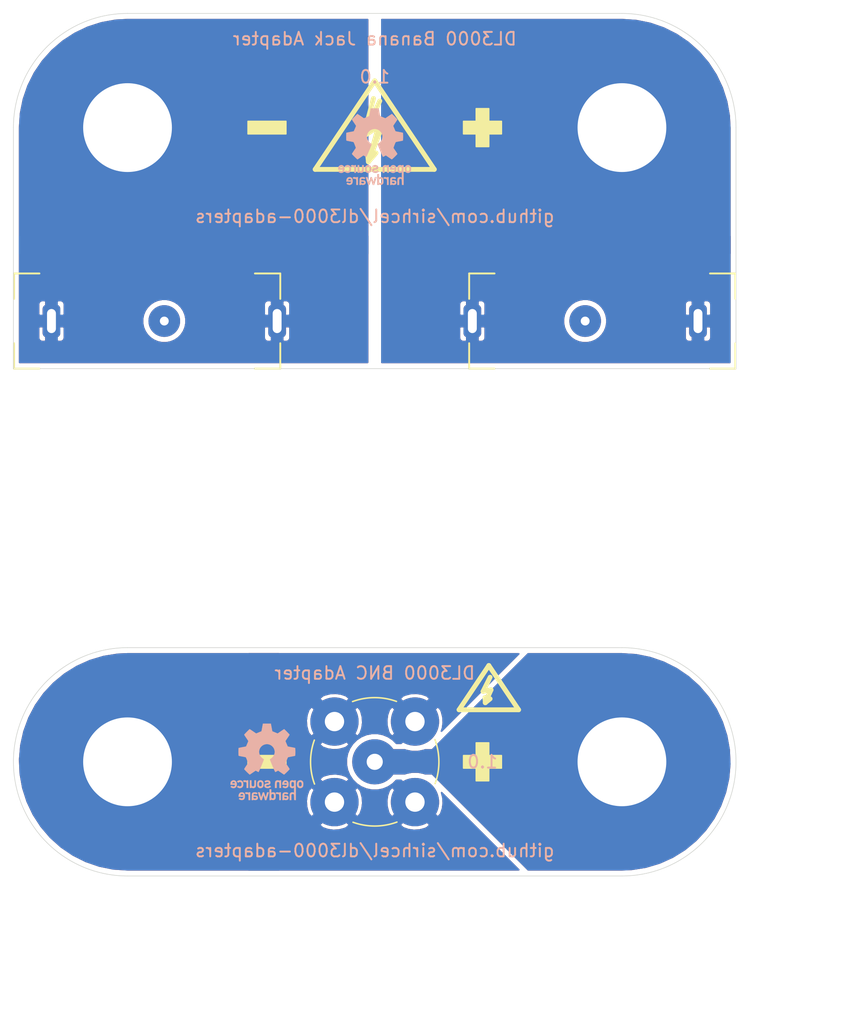
<source format=kicad_pcb>
(kicad_pcb (version 20171130) (host pcbnew "(5.1.5-0-10_14)")

  (general
    (thickness 1.6)
    (drawings 20)
    (tracks 0)
    (zones 0)
    (modules 9)
    (nets 5)
  )

  (page A4)
  (title_block
    (title "RIGOL DL3000 Binding Post Adapters")
    (date 2019-12-23)
    (comment 1 https://github.com/sirhcel/dl3000-adapters)
    (comment 2 "Create individual board files for generating Gerber data")
    (comment 4 "Banana Jack and BNC Adapters for RIGOL DL3000 Series Electronic Loads")
  )

  (layers
    (0 F.Cu signal)
    (31 B.Cu signal)
    (32 B.Adhes user)
    (33 F.Adhes user)
    (34 B.Paste user)
    (35 F.Paste user)
    (36 B.SilkS user)
    (37 F.SilkS user)
    (38 B.Mask user)
    (39 F.Mask user)
    (40 Dwgs.User user)
    (41 Cmts.User user)
    (42 Eco1.User user)
    (43 Eco2.User user)
    (44 Edge.Cuts user)
    (45 Margin user)
    (46 B.CrtYd user)
    (47 F.CrtYd user)
    (48 B.Fab user)
    (49 F.Fab user)
  )

  (setup
    (last_trace_width 0.1524)
    (trace_clearance 0.1524)
    (zone_clearance 0.4)
    (zone_45_only no)
    (trace_min 0.1524)
    (via_size 0.508)
    (via_drill 0.3048)
    (via_min_size 0.508)
    (via_min_drill 0.3)
    (uvia_size 0.508)
    (uvia_drill 0.254)
    (uvias_allowed no)
    (uvia_min_size 0.508)
    (uvia_min_drill 0.1)
    (edge_width 0.05)
    (segment_width 0.2)
    (pcb_text_width 0.3)
    (pcb_text_size 1.5 1.5)
    (mod_edge_width 0.12)
    (mod_text_size 1 1)
    (mod_text_width 0.15)
    (pad_size 1.4 2.6)
    (pad_drill 0.7)
    (pad_to_mask_clearance 0.0508)
    (solder_mask_min_width 0.1016)
    (aux_axis_origin 0 0)
    (visible_elements FFFFF77F)
    (pcbplotparams
      (layerselection 0x010fc_ffffffff)
      (usegerberextensions false)
      (usegerberattributes false)
      (usegerberadvancedattributes false)
      (creategerberjobfile false)
      (excludeedgelayer true)
      (linewidth 0.100000)
      (plotframeref false)
      (viasonmask false)
      (mode 1)
      (useauxorigin false)
      (hpglpennumber 1)
      (hpglpenspeed 20)
      (hpglpendiameter 15.000000)
      (psnegative false)
      (psa4output false)
      (plotreference true)
      (plotvalue true)
      (plotinvisibletext false)
      (padsonsilk false)
      (subtractmaskfromsilk false)
      (outputformat 1)
      (mirror false)
      (drillshape 1)
      (scaleselection 1)
      (outputdirectory ""))
  )

  (net 0 "")
  (net 1 /BANANA-)
  (net 2 /BNC-)
  (net 3 /BNC+)
  (net 4 /BANANA+)

  (net_class Default "Dies ist die voreingestellte Netzklasse."
    (clearance 0.1524)
    (trace_width 0.1524)
    (via_dia 0.508)
    (via_drill 0.3048)
    (uvia_dia 0.508)
    (uvia_drill 0.254)
    (diff_pair_width 0.1524)
    (diff_pair_gap 0.1524)
    (add_net /BANANA-)
    (add_net /BNC-)
  )

  (net_class Load ""
    (clearance 0.25)
    (trace_width 0.1524)
    (via_dia 0.508)
    (via_drill 0.3048)
    (uvia_dia 0.508)
    (uvia_drill 0.254)
    (diff_pair_width 0.1524)
    (diff_pair_gap 0.1524)
    (add_net /BANANA+)
    (add_net /BNC+)
  )

  (module Symbol_Local:Symbol_HighVoltage_Type2_SilkScreenTop_UltraSmall (layer F.Cu) (tedit 5E00EAC9) (tstamp 5E01411F)
    (at 159 94.5)
    (descr "Symbol, High Voltage, Type 2, Copper Top, Very Small,")
    (tags "Symbol, High Voltage, Type 2, Copper Top, Very Small,")
    (attr virtual)
    (fp_text reference REF** (at -0.127 -5.715) (layer F.SilkS) hide
      (effects (font (size 1 1) (thickness 0.15)))
    )
    (fp_text value Symbol_HighVoltage_Type2_SilkScreenTop_UltraSmall (at -0.381 4.572) (layer F.Fab) hide
      (effects (font (size 1 1) (thickness 0.15)))
    )
    (fp_line (start -0.2794 0.8382) (end 0.1016 0.5334) (layer F.SilkS) (width 0.381))
    (fp_line (start -0.3048 0.4318) (end -0.2794 0.8382) (layer F.SilkS) (width 0.381))
    (fp_line (start 0.1778 -0.1778) (end -0.2794 0.8382) (layer F.SilkS) (width 0.381))
    (fp_line (start -0.4572 -0.0508) (end 0.1778 -0.1778) (layer F.SilkS) (width 0.381))
    (fp_line (start 0.1016 -1.1684) (end -0.4572 -0.0508) (layer F.SilkS) (width 0.381))
    (fp_line (start 0 -2.0955) (end 2.3495 1.397) (layer F.SilkS) (width 0.381))
    (fp_line (start 2.3495 1.397) (end -2.3495 1.397) (layer F.SilkS) (width 0.381))
    (fp_line (start -2.3495 1.397) (end 0 -2.0955) (layer F.SilkS) (width 0.381))
  )

  (module Symbol_Local:Symbol_HighVoltage_Type2_SilkScreenTop_VerySmall (layer F.Cu) (tedit 5E00E713) (tstamp 5E013C31)
    (at 150 50.5)
    (descr "Symbol, High Voltage, Type 2, Copper Top, Very Small,")
    (tags "Symbol, High Voltage, Type 2, Copper Top, Very Small,")
    (attr virtual)
    (fp_text reference REF** (at -0.127 -5.715) (layer F.SilkS) hide
      (effects (font (size 1 1) (thickness 0.15)))
    )
    (fp_text value Symbol_HighVoltage_Type2_SilkScreenTop_VerySmall (at -0.381 4.572) (layer F.Fab) hide
      (effects (font (size 1 1) (thickness 0.15)))
    )
    (fp_line (start -0.49784 2.19964) (end 0.70104 -0.89916) (layer F.SilkS) (width 0.381))
    (fp_line (start 0.70104 -0.89916) (end 0.1016 -0.50038) (layer F.SilkS) (width 0.381))
    (fp_line (start -0.89916 0.20066) (end 0.40132 -2.60096) (layer F.SilkS) (width 0.381))
    (fp_line (start -0.49784 2.19964) (end 0.1016 1.50114) (layer F.SilkS) (width 0.381))
    (fp_line (start -0.09906 -2.79908) (end -0.89916 0.20066) (layer F.SilkS) (width 0.381))
    (fp_line (start -0.89916 0.20066) (end 0.29972 -0.59944) (layer F.SilkS) (width 0.381))
    (fp_line (start 0.29972 -0.59944) (end -0.49784 2.19964) (layer F.SilkS) (width 0.381))
    (fp_line (start -0.49784 2.19964) (end -0.59944 1.30048) (layer F.SilkS) (width 0.381))
    (fp_line (start 0 -4.191) (end 4.699 2.794) (layer F.SilkS) (width 0.381))
    (fp_line (start 4.699 2.794) (end -4.699 2.794) (layer F.SilkS) (width 0.381))
    (fp_line (start -4.699 2.794) (end 0 -4.191) (layer F.SilkS) (width 0.381))
  )

  (module Symbol:OSHW-Logo_5.7x6mm_SilkScreen (layer B.Cu) (tedit 0) (tstamp 5E01385E)
    (at 150 51.5 180)
    (descr "Open Source Hardware Logo")
    (tags "Logo OSHW")
    (attr virtual)
    (fp_text reference REF** (at 0 0) (layer B.SilkS) hide
      (effects (font (size 1 1) (thickness 0.15)) (justify mirror))
    )
    (fp_text value OSHW-Logo_5.7x6mm_SilkScreen (at 0.75 0) (layer B.Fab) hide
      (effects (font (size 1 1) (thickness 0.15)) (justify mirror))
    )
    (fp_poly (pts (xy 0.376964 2.709982) (xy 0.433812 2.40843) (xy 0.853338 2.235488) (xy 1.104984 2.406605)
      (xy 1.175458 2.45425) (xy 1.239163 2.49679) (xy 1.293126 2.532285) (xy 1.334373 2.55879)
      (xy 1.359934 2.574364) (xy 1.366895 2.577722) (xy 1.379435 2.569086) (xy 1.406231 2.545208)
      (xy 1.44428 2.509141) (xy 1.490579 2.463933) (xy 1.542123 2.412636) (xy 1.595909 2.358299)
      (xy 1.648935 2.303972) (xy 1.698195 2.252705) (xy 1.740687 2.207549) (xy 1.773407 2.171554)
      (xy 1.793351 2.14777) (xy 1.798119 2.13981) (xy 1.791257 2.125135) (xy 1.77202 2.092986)
      (xy 1.74243 2.046508) (xy 1.70451 1.988844) (xy 1.660282 1.92314) (xy 1.634654 1.885664)
      (xy 1.587941 1.817232) (xy 1.546432 1.75548) (xy 1.51214 1.703481) (xy 1.48708 1.664308)
      (xy 1.473264 1.641035) (xy 1.471188 1.636145) (xy 1.475895 1.622245) (xy 1.488723 1.58985)
      (xy 1.507738 1.543515) (xy 1.531003 1.487794) (xy 1.556584 1.427242) (xy 1.582545 1.366414)
      (xy 1.60695 1.309864) (xy 1.627863 1.262148) (xy 1.643349 1.227819) (xy 1.651472 1.211432)
      (xy 1.651952 1.210788) (xy 1.664707 1.207659) (xy 1.698677 1.200679) (xy 1.75034 1.190533)
      (xy 1.816176 1.177908) (xy 1.892664 1.163491) (xy 1.93729 1.155177) (xy 2.019021 1.139616)
      (xy 2.092843 1.124808) (xy 2.155021 1.111564) (xy 2.201822 1.100695) (xy 2.229509 1.093011)
      (xy 2.235074 1.090573) (xy 2.240526 1.07407) (xy 2.244924 1.0368) (xy 2.248272 0.98312)
      (xy 2.250574 0.917388) (xy 2.251832 0.843963) (xy 2.252048 0.767204) (xy 2.251227 0.691468)
      (xy 2.249371 0.621114) (xy 2.246482 0.5605) (xy 2.242565 0.513984) (xy 2.237622 0.485925)
      (xy 2.234657 0.480084) (xy 2.216934 0.473083) (xy 2.179381 0.463073) (xy 2.126964 0.451231)
      (xy 2.064652 0.438733) (xy 2.0429 0.43469) (xy 1.938024 0.41548) (xy 1.85518 0.400009)
      (xy 1.79163 0.387663) (xy 1.744637 0.377827) (xy 1.711463 0.369886) (xy 1.689371 0.363224)
      (xy 1.675624 0.357227) (xy 1.667484 0.351281) (xy 1.666345 0.350106) (xy 1.654977 0.331174)
      (xy 1.637635 0.294331) (xy 1.61605 0.244087) (xy 1.591954 0.184954) (xy 1.567079 0.121444)
      (xy 1.543157 0.058068) (xy 1.521919 -0.000662) (xy 1.505097 -0.050235) (xy 1.494422 -0.086139)
      (xy 1.491627 -0.103862) (xy 1.49186 -0.104483) (xy 1.501331 -0.11897) (xy 1.522818 -0.150844)
      (xy 1.554063 -0.196789) (xy 1.592807 -0.253485) (xy 1.636793 -0.317617) (xy 1.649319 -0.335842)
      (xy 1.693984 -0.401914) (xy 1.733288 -0.4622) (xy 1.765088 -0.513235) (xy 1.787245 -0.55156)
      (xy 1.797617 -0.573711) (xy 1.798119 -0.576432) (xy 1.789405 -0.590736) (xy 1.765325 -0.619072)
      (xy 1.728976 -0.658396) (xy 1.683453 -0.705661) (xy 1.631852 -0.757823) (xy 1.577267 -0.811835)
      (xy 1.522794 -0.864653) (xy 1.471529 -0.913231) (xy 1.426567 -0.954523) (xy 1.391004 -0.985485)
      (xy 1.367935 -1.00307) (xy 1.361554 -1.005941) (xy 1.346699 -0.999178) (xy 1.316286 -0.980939)
      (xy 1.275268 -0.954297) (xy 1.243709 -0.932852) (xy 1.186525 -0.893503) (xy 1.118806 -0.847171)
      (xy 1.05088 -0.800913) (xy 1.014361 -0.776155) (xy 0.890752 -0.692547) (xy 0.786991 -0.74865)
      (xy 0.73972 -0.773228) (xy 0.699523 -0.792331) (xy 0.672326 -0.803227) (xy 0.665402 -0.804743)
      (xy 0.657077 -0.793549) (xy 0.640654 -0.761917) (xy 0.617357 -0.712765) (xy 0.588414 -0.64901)
      (xy 0.55505 -0.573571) (xy 0.518491 -0.489364) (xy 0.479964 -0.399308) (xy 0.440694 -0.306321)
      (xy 0.401908 -0.21332) (xy 0.36483 -0.123223) (xy 0.330689 -0.038948) (xy 0.300708 0.036587)
      (xy 0.276116 0.100466) (xy 0.258136 0.149769) (xy 0.247997 0.181579) (xy 0.246366 0.192504)
      (xy 0.259291 0.206439) (xy 0.287589 0.22906) (xy 0.325346 0.255667) (xy 0.328515 0.257772)
      (xy 0.4261 0.335886) (xy 0.504786 0.427018) (xy 0.563891 0.528255) (xy 0.602732 0.636682)
      (xy 0.620628 0.749386) (xy 0.616897 0.863452) (xy 0.590857 0.975966) (xy 0.541825 1.084015)
      (xy 0.5274 1.107655) (xy 0.452369 1.203113) (xy 0.36373 1.279768) (xy 0.264549 1.33722)
      (xy 0.157895 1.375071) (xy 0.046836 1.392922) (xy -0.065561 1.390375) (xy -0.176227 1.36703)
      (xy -0.282094 1.32249) (xy -0.380095 1.256355) (xy -0.41041 1.229513) (xy -0.487562 1.145488)
      (xy -0.543782 1.057034) (xy -0.582347 0.957885) (xy -0.603826 0.859697) (xy -0.609128 0.749303)
      (xy -0.591448 0.63836) (xy -0.552581 0.530619) (xy -0.494323 0.429831) (xy -0.418469 0.339744)
      (xy -0.326817 0.264108) (xy -0.314772 0.256136) (xy -0.276611 0.230026) (xy -0.247601 0.207405)
      (xy -0.233732 0.192961) (xy -0.233531 0.192504) (xy -0.236508 0.176879) (xy -0.248311 0.141418)
      (xy -0.267714 0.089038) (xy -0.293488 0.022655) (xy -0.324409 -0.054814) (xy -0.359249 -0.14045)
      (xy -0.396783 -0.231337) (xy -0.435783 -0.324559) (xy -0.475023 -0.417197) (xy -0.513276 -0.506335)
      (xy -0.549317 -0.589055) (xy -0.581917 -0.662441) (xy -0.609852 -0.723575) (xy -0.631895 -0.769541)
      (xy -0.646818 -0.797421) (xy -0.652828 -0.804743) (xy -0.671191 -0.799041) (xy -0.705552 -0.783749)
      (xy -0.749984 -0.761599) (xy -0.774417 -0.74865) (xy -0.878178 -0.692547) (xy -1.001787 -0.776155)
      (xy -1.064886 -0.818987) (xy -1.13397 -0.866122) (xy -1.198707 -0.910503) (xy -1.231134 -0.932852)
      (xy -1.276741 -0.963477) (xy -1.31536 -0.987747) (xy -1.341952 -1.002587) (xy -1.35059 -1.005724)
      (xy -1.363161 -0.997261) (xy -1.390984 -0.973636) (xy -1.431361 -0.937302) (xy -1.481595 -0.890711)
      (xy -1.538988 -0.836317) (xy -1.575286 -0.801392) (xy -1.63879 -0.738996) (xy -1.693673 -0.683188)
      (xy -1.737714 -0.636354) (xy -1.768695 -0.600882) (xy -1.784398 -0.579161) (xy -1.785905 -0.574752)
      (xy -1.778914 -0.557985) (xy -1.759594 -0.524082) (xy -1.730091 -0.476476) (xy -1.692545 -0.418599)
      (xy -1.6491 -0.353884) (xy -1.636745 -0.335842) (xy -1.591727 -0.270267) (xy -1.55134 -0.211228)
      (xy -1.51784 -0.162042) (xy -1.493486 -0.126028) (xy -1.480536 -0.106502) (xy -1.479285 -0.104483)
      (xy -1.481156 -0.088922) (xy -1.491087 -0.054709) (xy -1.507347 -0.006355) (xy -1.528205 0.051629)
      (xy -1.551927 0.11473) (xy -1.576784 0.178437) (xy -1.601042 0.238239) (xy -1.622971 0.289624)
      (xy -1.640838 0.328081) (xy -1.652913 0.349098) (xy -1.653771 0.350106) (xy -1.661154 0.356112)
      (xy -1.673625 0.362052) (xy -1.69392 0.36854) (xy -1.724778 0.376191) (xy -1.768934 0.38562)
      (xy -1.829126 0.397441) (xy -1.908093 0.412271) (xy -2.00857 0.430723) (xy -2.030325 0.43469)
      (xy -2.094802 0.447147) (xy -2.151011 0.459334) (xy -2.193987 0.470074) (xy -2.21876 0.478191)
      (xy -2.222082 0.480084) (xy -2.227556 0.496862) (xy -2.232006 0.534355) (xy -2.235428 0.588206)
      (xy -2.237819 0.654056) (xy -2.239177 0.727547) (xy -2.239499 0.80432) (xy -2.238781 0.880017)
      (xy -2.237021 0.95028) (xy -2.234216 1.01075) (xy -2.230362 1.05707) (xy -2.225457 1.084881)
      (xy -2.2225 1.090573) (xy -2.206037 1.096314) (xy -2.168551 1.105655) (xy -2.113775 1.117785)
      (xy -2.045445 1.131893) (xy -1.967294 1.14717) (xy -1.924716 1.155177) (xy -1.843929 1.170279)
      (xy -1.771887 1.18396) (xy -1.712111 1.195533) (xy -1.668121 1.204313) (xy -1.643439 1.209613)
      (xy -1.639377 1.210788) (xy -1.632511 1.224035) (xy -1.617998 1.255943) (xy -1.597771 1.301953)
      (xy -1.573766 1.357508) (xy -1.547918 1.418047) (xy -1.52216 1.479014) (xy -1.498427 1.535849)
      (xy -1.478654 1.583994) (xy -1.464776 1.61889) (xy -1.458726 1.635979) (xy -1.458614 1.636726)
      (xy -1.465472 1.650207) (xy -1.484698 1.68123) (xy -1.514272 1.726711) (xy -1.552173 1.783568)
      (xy -1.59638 1.848717) (xy -1.622079 1.886138) (xy -1.668907 1.954753) (xy -1.710499 2.017048)
      (xy -1.744825 2.069871) (xy -1.769857 2.110073) (xy -1.783565 2.1345) (xy -1.785544 2.139976)
      (xy -1.777034 2.152722) (xy -1.753507 2.179937) (xy -1.717968 2.218572) (xy -1.673423 2.265577)
      (xy -1.622877 2.317905) (xy -1.569336 2.372505) (xy -1.515805 2.42633) (xy -1.465289 2.47633)
      (xy -1.420794 2.519457) (xy -1.385325 2.552661) (xy -1.361887 2.572894) (xy -1.354046 2.577722)
      (xy -1.34128 2.570933) (xy -1.310744 2.551858) (xy -1.26541 2.522439) (xy -1.208244 2.484619)
      (xy -1.142216 2.440339) (xy -1.09241 2.406605) (xy -0.840764 2.235488) (xy -0.631001 2.321959)
      (xy -0.421237 2.40843) (xy -0.364389 2.709982) (xy -0.30754 3.011534) (xy 0.320115 3.011534)
      (xy 0.376964 2.709982)) (layer B.SilkS) (width 0.01))
    (fp_poly (pts (xy 1.79946 -1.45803) (xy 1.842711 -1.471245) (xy 1.870558 -1.487941) (xy 1.879629 -1.501145)
      (xy 1.877132 -1.516797) (xy 1.860931 -1.541385) (xy 1.847232 -1.5588) (xy 1.818992 -1.590283)
      (xy 1.797775 -1.603529) (xy 1.779688 -1.602664) (xy 1.726035 -1.58901) (xy 1.68663 -1.58963)
      (xy 1.654632 -1.605104) (xy 1.64389 -1.614161) (xy 1.609505 -1.646027) (xy 1.609505 -2.062179)
      (xy 1.471188 -2.062179) (xy 1.471188 -1.458614) (xy 1.540347 -1.458614) (xy 1.581869 -1.460256)
      (xy 1.603291 -1.466087) (xy 1.609502 -1.477461) (xy 1.609505 -1.477798) (xy 1.612439 -1.489713)
      (xy 1.625704 -1.488159) (xy 1.644084 -1.479563) (xy 1.682046 -1.463568) (xy 1.712872 -1.453945)
      (xy 1.752536 -1.451478) (xy 1.79946 -1.45803)) (layer B.SilkS) (width 0.01))
    (fp_poly (pts (xy -0.754012 -1.469002) (xy -0.722717 -1.48395) (xy -0.692409 -1.505541) (xy -0.669318 -1.530391)
      (xy -0.6525 -1.562087) (xy -0.641006 -1.604214) (xy -0.633891 -1.660358) (xy -0.630207 -1.734106)
      (xy -0.629008 -1.829044) (xy -0.628989 -1.838985) (xy -0.628713 -2.062179) (xy -0.76703 -2.062179)
      (xy -0.76703 -1.856418) (xy -0.767128 -1.780189) (xy -0.767809 -1.724939) (xy -0.769651 -1.686501)
      (xy -0.773233 -1.660706) (xy -0.779132 -1.643384) (xy -0.787927 -1.630368) (xy -0.80018 -1.617507)
      (xy -0.843047 -1.589873) (xy -0.889843 -1.584745) (xy -0.934424 -1.602217) (xy -0.949928 -1.615221)
      (xy -0.96131 -1.627447) (xy -0.969481 -1.64054) (xy -0.974974 -1.658615) (xy -0.97832 -1.685787)
      (xy -0.980051 -1.72617) (xy -0.980697 -1.783879) (xy -0.980792 -1.854132) (xy -0.980792 -2.062179)
      (xy -1.119109 -2.062179) (xy -1.119109 -1.458614) (xy -1.04995 -1.458614) (xy -1.008428 -1.460256)
      (xy -0.987006 -1.466087) (xy -0.980795 -1.477461) (xy -0.980792 -1.477798) (xy -0.97791 -1.488938)
      (xy -0.965199 -1.487674) (xy -0.939926 -1.475434) (xy -0.882605 -1.457424) (xy -0.817037 -1.455421)
      (xy -0.754012 -1.469002)) (layer B.SilkS) (width 0.01))
    (fp_poly (pts (xy 2.677898 -1.456457) (xy 2.710096 -1.464279) (xy 2.771825 -1.492921) (xy 2.82461 -1.536667)
      (xy 2.861141 -1.589117) (xy 2.86616 -1.600893) (xy 2.873045 -1.63174) (xy 2.877864 -1.677371)
      (xy 2.879505 -1.723492) (xy 2.879505 -1.810693) (xy 2.697178 -1.810693) (xy 2.621979 -1.810978)
      (xy 2.569003 -1.812704) (xy 2.535325 -1.817181) (xy 2.51802 -1.82572) (xy 2.514163 -1.83963)
      (xy 2.520829 -1.860222) (xy 2.53277 -1.884315) (xy 2.56608 -1.924525) (xy 2.612368 -1.944558)
      (xy 2.668944 -1.943905) (xy 2.733031 -1.922101) (xy 2.788417 -1.895193) (xy 2.834375 -1.931532)
      (xy 2.880333 -1.967872) (xy 2.837096 -2.007819) (xy 2.779374 -2.045563) (xy 2.708386 -2.06832)
      (xy 2.632029 -2.074688) (xy 2.558199 -2.063268) (xy 2.546287 -2.059393) (xy 2.481399 -2.025506)
      (xy 2.43313 -1.974986) (xy 2.400465 -1.906325) (xy 2.382385 -1.818014) (xy 2.382175 -1.816121)
      (xy 2.380556 -1.719878) (xy 2.3871 -1.685542) (xy 2.514852 -1.685542) (xy 2.526584 -1.690822)
      (xy 2.558438 -1.694867) (xy 2.605397 -1.697176) (xy 2.635154 -1.697525) (xy 2.690648 -1.697306)
      (xy 2.725346 -1.695916) (xy 2.743601 -1.692251) (xy 2.749766 -1.68521) (xy 2.748195 -1.67369)
      (xy 2.746878 -1.669233) (xy 2.724382 -1.627355) (xy 2.689003 -1.593604) (xy 2.65778 -1.578773)
      (xy 2.616301 -1.579668) (xy 2.574269 -1.598164) (xy 2.539012 -1.628786) (xy 2.517854 -1.666062)
      (xy 2.514852 -1.685542) (xy 2.3871 -1.685542) (xy 2.39669 -1.635229) (xy 2.428698 -1.564191)
      (xy 2.474701 -1.508779) (xy 2.532821 -1.471009) (xy 2.60118 -1.452896) (xy 2.677898 -1.456457)) (layer B.SilkS) (width 0.01))
    (fp_poly (pts (xy 2.217226 -1.46388) (xy 2.29008 -1.49483) (xy 2.313027 -1.509895) (xy 2.342354 -1.533048)
      (xy 2.360764 -1.551253) (xy 2.363961 -1.557183) (xy 2.354935 -1.57034) (xy 2.331837 -1.592667)
      (xy 2.313344 -1.60825) (xy 2.262728 -1.648926) (xy 2.22276 -1.615295) (xy 2.191874 -1.593584)
      (xy 2.161759 -1.58609) (xy 2.127292 -1.58792) (xy 2.072561 -1.601528) (xy 2.034886 -1.629772)
      (xy 2.011991 -1.675433) (xy 2.001597 -1.741289) (xy 2.001595 -1.741331) (xy 2.002494 -1.814939)
      (xy 2.016463 -1.868946) (xy 2.044328 -1.905716) (xy 2.063325 -1.918168) (xy 2.113776 -1.933673)
      (xy 2.167663 -1.933683) (xy 2.214546 -1.918638) (xy 2.225644 -1.911287) (xy 2.253476 -1.892511)
      (xy 2.275236 -1.889434) (xy 2.298704 -1.903409) (xy 2.324649 -1.92851) (xy 2.365716 -1.97088)
      (xy 2.320121 -2.008464) (xy 2.249674 -2.050882) (xy 2.170233 -2.071785) (xy 2.087215 -2.070272)
      (xy 2.032694 -2.056411) (xy 1.96897 -2.022135) (xy 1.918005 -1.968212) (xy 1.894851 -1.930149)
      (xy 1.876099 -1.875536) (xy 1.866715 -1.806369) (xy 1.866643 -1.731407) (xy 1.875824 -1.659409)
      (xy 1.894199 -1.599137) (xy 1.897093 -1.592958) (xy 1.939952 -1.532351) (xy 1.997979 -1.488224)
      (xy 2.066591 -1.461493) (xy 2.141201 -1.453073) (xy 2.217226 -1.46388)) (layer B.SilkS) (width 0.01))
    (fp_poly (pts (xy 0.993367 -1.654342) (xy 0.994555 -1.746563) (xy 0.998897 -1.81661) (xy 1.007558 -1.867381)
      (xy 1.021704 -1.901772) (xy 1.0425 -1.922679) (xy 1.07111 -1.933) (xy 1.106535 -1.935636)
      (xy 1.143636 -1.932682) (xy 1.171818 -1.921889) (xy 1.192243 -1.90036) (xy 1.206079 -1.865199)
      (xy 1.214491 -1.81351) (xy 1.218643 -1.742394) (xy 1.219703 -1.654342) (xy 1.219703 -1.458614)
      (xy 1.35802 -1.458614) (xy 1.35802 -2.062179) (xy 1.288862 -2.062179) (xy 1.24717 -2.060489)
      (xy 1.225701 -2.054556) (xy 1.219703 -2.043293) (xy 1.216091 -2.033261) (xy 1.201714 -2.035383)
      (xy 1.172736 -2.04958) (xy 1.106319 -2.07148) (xy 1.035875 -2.069928) (xy 0.968377 -2.046147)
      (xy 0.936233 -2.027362) (xy 0.911715 -2.007022) (xy 0.893804 -1.981573) (xy 0.881479 -1.947458)
      (xy 0.873723 -1.901121) (xy 0.869516 -1.839007) (xy 0.86784 -1.757561) (xy 0.867624 -1.694578)
      (xy 0.867624 -1.458614) (xy 0.993367 -1.458614) (xy 0.993367 -1.654342)) (layer B.SilkS) (width 0.01))
    (fp_poly (pts (xy 0.610762 -1.466055) (xy 0.674363 -1.500692) (xy 0.724123 -1.555372) (xy 0.747568 -1.599842)
      (xy 0.757634 -1.639121) (xy 0.764156 -1.695116) (xy 0.766951 -1.759621) (xy 0.765836 -1.824429)
      (xy 0.760626 -1.881334) (xy 0.754541 -1.911727) (xy 0.734014 -1.953306) (xy 0.698463 -1.997468)
      (xy 0.655619 -2.036087) (xy 0.613211 -2.061034) (xy 0.612177 -2.06143) (xy 0.559553 -2.072331)
      (xy 0.497188 -2.072601) (xy 0.437924 -2.062676) (xy 0.41504 -2.054722) (xy 0.356102 -2.0213)
      (xy 0.31389 -1.977511) (xy 0.286156 -1.919538) (xy 0.270651 -1.843565) (xy 0.267143 -1.803771)
      (xy 0.26759 -1.753766) (xy 0.402376 -1.753766) (xy 0.406917 -1.826732) (xy 0.419986 -1.882334)
      (xy 0.440756 -1.917861) (xy 0.455552 -1.92802) (xy 0.493464 -1.935104) (xy 0.538527 -1.933007)
      (xy 0.577487 -1.922812) (xy 0.587704 -1.917204) (xy 0.614659 -1.884538) (xy 0.632451 -1.834545)
      (xy 0.640024 -1.773705) (xy 0.636325 -1.708497) (xy 0.628057 -1.669253) (xy 0.60432 -1.623805)
      (xy 0.566849 -1.595396) (xy 0.52172 -1.585573) (xy 0.475011 -1.595887) (xy 0.439132 -1.621112)
      (xy 0.420277 -1.641925) (xy 0.409272 -1.662439) (xy 0.404026 -1.690203) (xy 0.402449 -1.732762)
      (xy 0.402376 -1.753766) (xy 0.26759 -1.753766) (xy 0.268094 -1.69758) (xy 0.285388 -1.610501)
      (xy 0.319029 -1.54253) (xy 0.369018 -1.493664) (xy 0.435356 -1.463899) (xy 0.449601 -1.460448)
      (xy 0.53521 -1.452345) (xy 0.610762 -1.466055)) (layer B.SilkS) (width 0.01))
    (fp_poly (pts (xy 0.014017 -1.456452) (xy 0.061634 -1.465482) (xy 0.111034 -1.48437) (xy 0.116312 -1.486777)
      (xy 0.153774 -1.506476) (xy 0.179717 -1.524781) (xy 0.188103 -1.536508) (xy 0.180117 -1.555632)
      (xy 0.16072 -1.58385) (xy 0.15211 -1.594384) (xy 0.116628 -1.635847) (xy 0.070885 -1.608858)
      (xy 0.02735 -1.590878) (xy -0.02295 -1.581267) (xy -0.071188 -1.58066) (xy -0.108533 -1.589691)
      (xy -0.117495 -1.595327) (xy -0.134563 -1.621171) (xy -0.136637 -1.650941) (xy -0.123866 -1.674197)
      (xy -0.116312 -1.678708) (xy -0.093675 -1.684309) (xy -0.053885 -1.690892) (xy -0.004834 -1.697183)
      (xy 0.004215 -1.69817) (xy 0.082996 -1.711798) (xy 0.140136 -1.734946) (xy 0.17803 -1.769752)
      (xy 0.199079 -1.818354) (xy 0.205635 -1.877718) (xy 0.196577 -1.945198) (xy 0.167164 -1.998188)
      (xy 0.117278 -2.036783) (xy 0.0468 -2.061081) (xy -0.031435 -2.070667) (xy -0.095234 -2.070552)
      (xy -0.146984 -2.061845) (xy -0.182327 -2.049825) (xy -0.226983 -2.02888) (xy -0.268253 -2.004574)
      (xy -0.282921 -1.993876) (xy -0.320643 -1.963084) (xy -0.275148 -1.917049) (xy -0.229653 -1.871013)
      (xy -0.177928 -1.905243) (xy -0.126048 -1.930952) (xy -0.070649 -1.944399) (xy -0.017395 -1.945818)
      (xy 0.028049 -1.935443) (xy 0.060016 -1.913507) (xy 0.070338 -1.894998) (xy 0.068789 -1.865314)
      (xy 0.04314 -1.842615) (xy -0.00654 -1.82694) (xy -0.060969 -1.819695) (xy -0.144736 -1.805873)
      (xy -0.206967 -1.779796) (xy -0.248493 -1.740699) (xy -0.270147 -1.68782) (xy -0.273147 -1.625126)
      (xy -0.258329 -1.559642) (xy -0.224546 -1.510144) (xy -0.171495 -1.476408) (xy -0.098874 -1.458207)
      (xy -0.045072 -1.454639) (xy 0.014017 -1.456452)) (layer B.SilkS) (width 0.01))
    (fp_poly (pts (xy -1.356699 -1.472614) (xy -1.344168 -1.478514) (xy -1.300799 -1.510283) (xy -1.25979 -1.556646)
      (xy -1.229168 -1.607696) (xy -1.220459 -1.631166) (xy -1.212512 -1.673091) (xy -1.207774 -1.723757)
      (xy -1.207199 -1.744679) (xy -1.207129 -1.810693) (xy -1.587083 -1.810693) (xy -1.578983 -1.845273)
      (xy -1.559104 -1.88617) (xy -1.524347 -1.921514) (xy -1.482998 -1.944282) (xy -1.456649 -1.94901)
      (xy -1.420916 -1.943273) (xy -1.378282 -1.928882) (xy -1.363799 -1.922262) (xy -1.31024 -1.895513)
      (xy -1.264533 -1.930376) (xy -1.238158 -1.953955) (xy -1.224124 -1.973417) (xy -1.223414 -1.979129)
      (xy -1.235951 -1.992973) (xy -1.263428 -2.014012) (xy -1.288366 -2.030425) (xy -1.355664 -2.05993)
      (xy -1.43111 -2.073284) (xy -1.505888 -2.069812) (xy -1.565495 -2.051663) (xy -1.626941 -2.012784)
      (xy -1.670608 -1.961595) (xy -1.697926 -1.895367) (xy -1.710322 -1.811371) (xy -1.711421 -1.772936)
      (xy -1.707022 -1.684861) (xy -1.706482 -1.682299) (xy -1.580582 -1.682299) (xy -1.577115 -1.690558)
      (xy -1.562863 -1.695113) (xy -1.53347 -1.697065) (xy -1.484575 -1.697517) (xy -1.465748 -1.697525)
      (xy -1.408467 -1.696843) (xy -1.372141 -1.694364) (xy -1.352604 -1.689443) (xy -1.34569 -1.681434)
      (xy -1.345445 -1.678862) (xy -1.353336 -1.658423) (xy -1.373085 -1.629789) (xy -1.381575 -1.619763)
      (xy -1.413094 -1.591408) (xy -1.445949 -1.580259) (xy -1.463651 -1.579327) (xy -1.511539 -1.590981)
      (xy -1.551699 -1.622285) (xy -1.577173 -1.667752) (xy -1.577625 -1.669233) (xy -1.580582 -1.682299)
      (xy -1.706482 -1.682299) (xy -1.692392 -1.61551) (xy -1.666038 -1.560025) (xy -1.633807 -1.520639)
      (xy -1.574217 -1.477931) (xy -1.504168 -1.455109) (xy -1.429661 -1.453046) (xy -1.356699 -1.472614)) (layer B.SilkS) (width 0.01))
    (fp_poly (pts (xy -2.538261 -1.465148) (xy -2.472479 -1.494231) (xy -2.42254 -1.542793) (xy -2.388374 -1.610908)
      (xy -2.369907 -1.698651) (xy -2.368583 -1.712351) (xy -2.367546 -1.808939) (xy -2.380993 -1.893602)
      (xy -2.408108 -1.962221) (xy -2.422627 -1.984294) (xy -2.473201 -2.031011) (xy -2.537609 -2.061268)
      (xy -2.609666 -2.073824) (xy -2.683185 -2.067439) (xy -2.739072 -2.047772) (xy -2.787132 -2.014629)
      (xy -2.826412 -1.971175) (xy -2.827092 -1.970158) (xy -2.843044 -1.943338) (xy -2.85341 -1.916368)
      (xy -2.859688 -1.882332) (xy -2.863373 -1.83431) (xy -2.864997 -1.794931) (xy -2.865672 -1.759219)
      (xy -2.739955 -1.759219) (xy -2.738726 -1.79477) (xy -2.734266 -1.842094) (xy -2.726397 -1.872465)
      (xy -2.712207 -1.894072) (xy -2.698917 -1.906694) (xy -2.651802 -1.933122) (xy -2.602505 -1.936653)
      (xy -2.556593 -1.917639) (xy -2.533638 -1.896331) (xy -2.517096 -1.874859) (xy -2.507421 -1.854313)
      (xy -2.503174 -1.827574) (xy -2.50292 -1.787523) (xy -2.504228 -1.750638) (xy -2.507043 -1.697947)
      (xy -2.511505 -1.663772) (xy -2.519548 -1.64148) (xy -2.533103 -1.624442) (xy -2.543845 -1.614703)
      (xy -2.588777 -1.589123) (xy -2.637249 -1.587847) (xy -2.677894 -1.602999) (xy -2.712567 -1.634642)
      (xy -2.733224 -1.68662) (xy -2.739955 -1.759219) (xy -2.865672 -1.759219) (xy -2.866479 -1.716621)
      (xy -2.863948 -1.658056) (xy -2.856362 -1.614007) (xy -2.842681 -1.579248) (xy -2.821865 -1.548551)
      (xy -2.814147 -1.539436) (xy -2.765889 -1.494021) (xy -2.714128 -1.467493) (xy -2.650828 -1.456379)
      (xy -2.619961 -1.455471) (xy -2.538261 -1.465148)) (layer B.SilkS) (width 0.01))
    (fp_poly (pts (xy 2.032581 -2.40497) (xy 2.092685 -2.420597) (xy 2.143021 -2.452848) (xy 2.167393 -2.47694)
      (xy 2.207345 -2.533895) (xy 2.230242 -2.599965) (xy 2.238108 -2.681182) (xy 2.238148 -2.687748)
      (xy 2.238218 -2.753763) (xy 1.858264 -2.753763) (xy 1.866363 -2.788342) (xy 1.880987 -2.819659)
      (xy 1.906581 -2.852291) (xy 1.911935 -2.8575) (xy 1.957943 -2.885694) (xy 2.01041 -2.890475)
      (xy 2.070803 -2.871926) (xy 2.08104 -2.866931) (xy 2.112439 -2.851745) (xy 2.13347 -2.843094)
      (xy 2.137139 -2.842293) (xy 2.149948 -2.850063) (xy 2.174378 -2.869072) (xy 2.186779 -2.87946)
      (xy 2.212476 -2.903321) (xy 2.220915 -2.919077) (xy 2.215058 -2.933571) (xy 2.211928 -2.937534)
      (xy 2.190725 -2.954879) (xy 2.155738 -2.975959) (xy 2.131337 -2.988265) (xy 2.062072 -3.009946)
      (xy 1.985388 -3.016971) (xy 1.912765 -3.008647) (xy 1.892426 -3.002686) (xy 1.829476 -2.968952)
      (xy 1.782815 -2.917045) (xy 1.752173 -2.846459) (xy 1.737282 -2.756692) (xy 1.735647 -2.709753)
      (xy 1.740421 -2.641413) (xy 1.86099 -2.641413) (xy 1.872652 -2.646465) (xy 1.903998 -2.650429)
      (xy 1.949571 -2.652768) (xy 1.980446 -2.653169) (xy 2.035981 -2.652783) (xy 2.071033 -2.650975)
      (xy 2.090262 -2.646773) (xy 2.09833 -2.639203) (xy 2.099901 -2.628218) (xy 2.089121 -2.594381)
      (xy 2.06198 -2.56094) (xy 2.026277 -2.535272) (xy 1.99056 -2.524772) (xy 1.942048 -2.534086)
      (xy 1.900053 -2.561013) (xy 1.870936 -2.599827) (xy 1.86099 -2.641413) (xy 1.740421 -2.641413)
      (xy 1.742599 -2.610236) (xy 1.764055 -2.530949) (xy 1.80047 -2.471263) (xy 1.852297 -2.430549)
      (xy 1.91999 -2.408179) (xy 1.956662 -2.403871) (xy 2.032581 -2.40497)) (layer B.SilkS) (width 0.01))
    (fp_poly (pts (xy 1.635255 -2.401486) (xy 1.683595 -2.411015) (xy 1.711114 -2.425125) (xy 1.740064 -2.448568)
      (xy 1.698876 -2.500571) (xy 1.673482 -2.532064) (xy 1.656238 -2.547428) (xy 1.639102 -2.549776)
      (xy 1.614027 -2.542217) (xy 1.602257 -2.537941) (xy 1.55427 -2.531631) (xy 1.510324 -2.545156)
      (xy 1.47806 -2.57571) (xy 1.472819 -2.585452) (xy 1.467112 -2.611258) (xy 1.462706 -2.658817)
      (xy 1.459811 -2.724758) (xy 1.458631 -2.80571) (xy 1.458614 -2.817226) (xy 1.458614 -3.017822)
      (xy 1.320297 -3.017822) (xy 1.320297 -2.401683) (xy 1.389456 -2.401683) (xy 1.429333 -2.402725)
      (xy 1.450107 -2.407358) (xy 1.457789 -2.417849) (xy 1.458614 -2.427745) (xy 1.458614 -2.453806)
      (xy 1.491745 -2.427745) (xy 1.529735 -2.409965) (xy 1.58077 -2.401174) (xy 1.635255 -2.401486)) (layer B.SilkS) (width 0.01))
    (fp_poly (pts (xy 1.038411 -2.405417) (xy 1.091411 -2.41829) (xy 1.106731 -2.42511) (xy 1.136428 -2.442974)
      (xy 1.15922 -2.463093) (xy 1.176083 -2.488962) (xy 1.187998 -2.524073) (xy 1.195942 -2.57192)
      (xy 1.200894 -2.635996) (xy 1.203831 -2.719794) (xy 1.204947 -2.775768) (xy 1.209052 -3.017822)
      (xy 1.138932 -3.017822) (xy 1.096393 -3.016038) (xy 1.074476 -3.009942) (xy 1.068812 -2.999706)
      (xy 1.065821 -2.988637) (xy 1.052451 -2.990754) (xy 1.034233 -2.999629) (xy 0.988624 -3.013233)
      (xy 0.930007 -3.016899) (xy 0.868354 -3.010903) (xy 0.813638 -2.995521) (xy 0.80873 -2.993386)
      (xy 0.758723 -2.958255) (xy 0.725756 -2.909419) (xy 0.710587 -2.852333) (xy 0.711746 -2.831824)
      (xy 0.835508 -2.831824) (xy 0.846413 -2.859425) (xy 0.878745 -2.879204) (xy 0.93091 -2.889819)
      (xy 0.958787 -2.891228) (xy 1.005247 -2.88762) (xy 1.036129 -2.873597) (xy 1.043664 -2.866931)
      (xy 1.064076 -2.830666) (xy 1.068812 -2.797773) (xy 1.068812 -2.753763) (xy 1.007513 -2.753763)
      (xy 0.936256 -2.757395) (xy 0.886276 -2.768818) (xy 0.854696 -2.788824) (xy 0.847626 -2.797743)
      (xy 0.835508 -2.831824) (xy 0.711746 -2.831824) (xy 0.713971 -2.792456) (xy 0.736663 -2.735244)
      (xy 0.767624 -2.69658) (xy 0.786376 -2.679864) (xy 0.804733 -2.668878) (xy 0.828619 -2.66218)
      (xy 0.863957 -2.658326) (xy 0.916669 -2.655873) (xy 0.937577 -2.655168) (xy 1.068812 -2.650879)
      (xy 1.06862 -2.611158) (xy 1.063537 -2.569405) (xy 1.045162 -2.544158) (xy 1.008039 -2.52803)
      (xy 1.007043 -2.527742) (xy 0.95441 -2.5214) (xy 0.902906 -2.529684) (xy 0.86463 -2.549827)
      (xy 0.849272 -2.559773) (xy 0.83273 -2.558397) (xy 0.807275 -2.543987) (xy 0.792328 -2.533817)
      (xy 0.763091 -2.512088) (xy 0.74498 -2.4958) (xy 0.742074 -2.491137) (xy 0.75404 -2.467005)
      (xy 0.789396 -2.438185) (xy 0.804753 -2.428461) (xy 0.848901 -2.411714) (xy 0.908398 -2.402227)
      (xy 0.974487 -2.400095) (xy 1.038411 -2.405417)) (layer B.SilkS) (width 0.01))
    (fp_poly (pts (xy 0.281524 -2.404237) (xy 0.331255 -2.407971) (xy 0.461291 -2.797773) (xy 0.481678 -2.728614)
      (xy 0.493946 -2.685874) (xy 0.510085 -2.628115) (xy 0.527512 -2.564625) (xy 0.536726 -2.53057)
      (xy 0.571388 -2.401683) (xy 0.714391 -2.401683) (xy 0.671646 -2.536857) (xy 0.650596 -2.603342)
      (xy 0.625167 -2.683539) (xy 0.59861 -2.767193) (xy 0.574902 -2.841782) (xy 0.520902 -3.011535)
      (xy 0.462598 -3.015328) (xy 0.404295 -3.019122) (xy 0.372679 -2.914734) (xy 0.353182 -2.849889)
      (xy 0.331904 -2.7784) (xy 0.313308 -2.715263) (xy 0.312574 -2.71275) (xy 0.298684 -2.669969)
      (xy 0.286429 -2.640779) (xy 0.277846 -2.629741) (xy 0.276082 -2.631018) (xy 0.269891 -2.64813)
      (xy 0.258128 -2.684787) (xy 0.242225 -2.736378) (xy 0.223614 -2.798294) (xy 0.213543 -2.832352)
      (xy 0.159007 -3.017822) (xy 0.043264 -3.017822) (xy -0.049263 -2.725471) (xy -0.075256 -2.643462)
      (xy -0.098934 -2.568987) (xy -0.11918 -2.505544) (xy -0.134874 -2.456632) (xy -0.144898 -2.425749)
      (xy -0.147945 -2.416726) (xy -0.145533 -2.407487) (xy -0.126592 -2.403441) (xy -0.087177 -2.403846)
      (xy -0.081007 -2.404152) (xy -0.007914 -2.407971) (xy 0.039957 -2.58401) (xy 0.057553 -2.648211)
      (xy 0.073277 -2.704649) (xy 0.085746 -2.748422) (xy 0.093574 -2.77463) (xy 0.09502 -2.778903)
      (xy 0.101014 -2.77399) (xy 0.113101 -2.748532) (xy 0.129893 -2.705997) (xy 0.150003 -2.64985)
      (xy 0.167003 -2.59913) (xy 0.231794 -2.400504) (xy 0.281524 -2.404237)) (layer B.SilkS) (width 0.01))
    (fp_poly (pts (xy -0.201188 -3.017822) (xy -0.270346 -3.017822) (xy -0.310488 -3.016645) (xy -0.331394 -3.011772)
      (xy -0.338922 -3.001186) (xy -0.339505 -2.994029) (xy -0.340774 -2.979676) (xy -0.348779 -2.976923)
      (xy -0.369815 -2.985771) (xy -0.386173 -2.994029) (xy -0.448977 -3.013597) (xy -0.517248 -3.014729)
      (xy -0.572752 -3.000135) (xy -0.624438 -2.964877) (xy -0.663838 -2.912835) (xy -0.685413 -2.85145)
      (xy -0.685962 -2.848018) (xy -0.689167 -2.810571) (xy -0.690761 -2.756813) (xy -0.690633 -2.716155)
      (xy -0.553279 -2.716155) (xy -0.550097 -2.770194) (xy -0.542859 -2.814735) (xy -0.53306 -2.839888)
      (xy -0.495989 -2.87426) (xy -0.451974 -2.886582) (xy -0.406584 -2.876618) (xy -0.367797 -2.846895)
      (xy -0.353108 -2.826905) (xy -0.344519 -2.80305) (xy -0.340496 -2.76823) (xy -0.339505 -2.71593)
      (xy -0.341278 -2.664139) (xy -0.345963 -2.618634) (xy -0.352603 -2.588181) (xy -0.35371 -2.585452)
      (xy -0.380491 -2.553) (xy -0.419579 -2.535183) (xy -0.463315 -2.532306) (xy -0.504038 -2.544674)
      (xy -0.534087 -2.572593) (xy -0.537204 -2.578148) (xy -0.546961 -2.612022) (xy -0.552277 -2.660728)
      (xy -0.553279 -2.716155) (xy -0.690633 -2.716155) (xy -0.690568 -2.69554) (xy -0.689664 -2.662563)
      (xy -0.683514 -2.580981) (xy -0.670733 -2.51973) (xy -0.649471 -2.474449) (xy -0.617878 -2.440779)
      (xy -0.587207 -2.421014) (xy -0.544354 -2.40712) (xy -0.491056 -2.402354) (xy -0.43648 -2.406236)
      (xy -0.389792 -2.418282) (xy -0.365124 -2.432693) (xy -0.339505 -2.455878) (xy -0.339505 -2.162773)
      (xy -0.201188 -2.162773) (xy -0.201188 -3.017822)) (layer B.SilkS) (width 0.01))
    (fp_poly (pts (xy -0.993356 -2.40302) (xy -0.974539 -2.40866) (xy -0.968473 -2.421053) (xy -0.968218 -2.426647)
      (xy -0.967129 -2.44223) (xy -0.959632 -2.444676) (xy -0.939381 -2.433993) (xy -0.927351 -2.426694)
      (xy -0.8894 -2.411063) (xy -0.844072 -2.403334) (xy -0.796544 -2.40274) (xy -0.751995 -2.408513)
      (xy -0.715602 -2.419884) (xy -0.692543 -2.436088) (xy -0.687996 -2.456355) (xy -0.690291 -2.461843)
      (xy -0.70702 -2.484626) (xy -0.732963 -2.512647) (xy -0.737655 -2.517177) (xy -0.762383 -2.538005)
      (xy -0.783718 -2.544735) (xy -0.813555 -2.540038) (xy -0.825508 -2.536917) (xy -0.862705 -2.529421)
      (xy -0.888859 -2.532792) (xy -0.910946 -2.544681) (xy -0.931178 -2.560635) (xy -0.946079 -2.5807)
      (xy -0.956434 -2.608702) (xy -0.963029 -2.648467) (xy -0.966649 -2.703823) (xy -0.968078 -2.778594)
      (xy -0.968218 -2.82374) (xy -0.968218 -3.017822) (xy -1.09396 -3.017822) (xy -1.09396 -2.401683)
      (xy -1.031089 -2.401683) (xy -0.993356 -2.40302)) (layer B.SilkS) (width 0.01))
    (fp_poly (pts (xy -1.38421 -2.406555) (xy -1.325055 -2.422339) (xy -1.280023 -2.450948) (xy -1.248246 -2.488419)
      (xy -1.238366 -2.504411) (xy -1.231073 -2.521163) (xy -1.225974 -2.542592) (xy -1.222679 -2.572616)
      (xy -1.220797 -2.615154) (xy -1.219937 -2.674122) (xy -1.219707 -2.75344) (xy -1.219703 -2.774484)
      (xy -1.219703 -3.017822) (xy -1.280059 -3.017822) (xy -1.318557 -3.015126) (xy -1.347023 -3.008295)
      (xy -1.354155 -3.004083) (xy -1.373652 -2.996813) (xy -1.393566 -3.004083) (xy -1.426353 -3.01316)
      (xy -1.473978 -3.016813) (xy -1.526764 -3.015228) (xy -1.575036 -3.008589) (xy -1.603218 -3.000072)
      (xy -1.657753 -2.965063) (xy -1.691835 -2.916479) (xy -1.707157 -2.851882) (xy -1.707299 -2.850223)
      (xy -1.705955 -2.821566) (xy -1.584356 -2.821566) (xy -1.573726 -2.854161) (xy -1.55641 -2.872505)
      (xy -1.521652 -2.886379) (xy -1.475773 -2.891917) (xy -1.428988 -2.889191) (xy -1.391514 -2.878274)
      (xy -1.381015 -2.871269) (xy -1.362668 -2.838904) (xy -1.35802 -2.802111) (xy -1.35802 -2.753763)
      (xy -1.427582 -2.753763) (xy -1.493667 -2.75885) (xy -1.543764 -2.773263) (xy -1.574929 -2.795729)
      (xy -1.584356 -2.821566) (xy -1.705955 -2.821566) (xy -1.703987 -2.779647) (xy -1.68071 -2.723845)
      (xy -1.636948 -2.681647) (xy -1.630899 -2.677808) (xy -1.604907 -2.665309) (xy -1.572735 -2.65774)
      (xy -1.52776 -2.654061) (xy -1.474331 -2.653216) (xy -1.35802 -2.653169) (xy -1.35802 -2.604411)
      (xy -1.362953 -2.566581) (xy -1.375543 -2.541236) (xy -1.377017 -2.539887) (xy -1.405034 -2.5288)
      (xy -1.447326 -2.524503) (xy -1.494064 -2.526615) (xy -1.535418 -2.534756) (xy -1.559957 -2.546965)
      (xy -1.573253 -2.556746) (xy -1.587294 -2.558613) (xy -1.606671 -2.5506) (xy -1.635976 -2.530739)
      (xy -1.679803 -2.497063) (xy -1.683825 -2.493909) (xy -1.681764 -2.482236) (xy -1.664568 -2.462822)
      (xy -1.638433 -2.441248) (xy -1.609552 -2.423096) (xy -1.600478 -2.418809) (xy -1.56738 -2.410256)
      (xy -1.51888 -2.404155) (xy -1.464695 -2.401708) (xy -1.462161 -2.401703) (xy -1.38421 -2.406555)) (layer B.SilkS) (width 0.01))
    (fp_poly (pts (xy -1.908759 -1.469184) (xy -1.882247 -1.482282) (xy -1.849553 -1.505106) (xy -1.825725 -1.529996)
      (xy -1.809406 -1.561249) (xy -1.79924 -1.603166) (xy -1.793872 -1.660044) (xy -1.791944 -1.736184)
      (xy -1.791831 -1.768917) (xy -1.792161 -1.840656) (xy -1.793527 -1.891927) (xy -1.7965 -1.927404)
      (xy -1.801649 -1.951763) (xy -1.809543 -1.96968) (xy -1.817757 -1.981902) (xy -1.870187 -2.033905)
      (xy -1.93193 -2.065184) (xy -1.998536 -2.074592) (xy -2.065558 -2.06098) (xy -2.086792 -2.051354)
      (xy -2.137624 -2.024859) (xy -2.137624 -2.440052) (xy -2.100525 -2.420868) (xy -2.051643 -2.406025)
      (xy -1.991561 -2.402222) (xy -1.931564 -2.409243) (xy -1.886256 -2.425013) (xy -1.848675 -2.455047)
      (xy -1.816564 -2.498024) (xy -1.81415 -2.502436) (xy -1.803967 -2.523221) (xy -1.79653 -2.54417)
      (xy -1.791411 -2.569548) (xy -1.788181 -2.603618) (xy -1.786413 -2.650641) (xy -1.785677 -2.714882)
      (xy -1.785544 -2.787176) (xy -1.785544 -3.017822) (xy -1.923861 -3.017822) (xy -1.923861 -2.592533)
      (xy -1.962549 -2.559979) (xy -2.002738 -2.53394) (xy -2.040797 -2.529205) (xy -2.079066 -2.541389)
      (xy -2.099462 -2.55332) (xy -2.114642 -2.570313) (xy -2.125438 -2.595995) (xy -2.132683 -2.633991)
      (xy -2.137208 -2.687926) (xy -2.139844 -2.761425) (xy -2.140772 -2.810347) (xy -2.143911 -3.011535)
      (xy -2.209926 -3.015336) (xy -2.27594 -3.019136) (xy -2.27594 -1.77065) (xy -2.137624 -1.77065)
      (xy -2.134097 -1.840254) (xy -2.122215 -1.888569) (xy -2.10002 -1.918631) (xy -2.065559 -1.933471)
      (xy -2.030742 -1.936436) (xy -1.991329 -1.933028) (xy -1.965171 -1.919617) (xy -1.948814 -1.901896)
      (xy -1.935937 -1.882835) (xy -1.928272 -1.861601) (xy -1.924861 -1.831849) (xy -1.924749 -1.787236)
      (xy -1.925897 -1.74988) (xy -1.928532 -1.693604) (xy -1.932456 -1.656658) (xy -1.939063 -1.633223)
      (xy -1.949749 -1.61748) (xy -1.959833 -1.60838) (xy -2.00197 -1.588537) (xy -2.05184 -1.585332)
      (xy -2.080476 -1.592168) (xy -2.108828 -1.616464) (xy -2.127609 -1.663728) (xy -2.136712 -1.733624)
      (xy -2.137624 -1.77065) (xy -2.27594 -1.77065) (xy -2.27594 -1.458614) (xy -2.206782 -1.458614)
      (xy -2.16526 -1.460256) (xy -2.143838 -1.466087) (xy -2.137626 -1.477461) (xy -2.137624 -1.477798)
      (xy -2.134742 -1.488938) (xy -2.12203 -1.487673) (xy -2.096757 -1.475433) (xy -2.037869 -1.456707)
      (xy -1.971615 -1.454739) (xy -1.908759 -1.469184)) (layer B.SilkS) (width 0.01))
  )

  (module Symbol:OSHW-Logo_5.7x6mm_SilkScreen (layer B.Cu) (tedit 0) (tstamp 5E01368B)
    (at 141.5 100 180)
    (descr "Open Source Hardware Logo")
    (tags "Logo OSHW")
    (attr virtual)
    (fp_text reference REF** (at 0 0) (layer B.SilkS) hide
      (effects (font (size 1 1) (thickness 0.15)) (justify mirror))
    )
    (fp_text value OSHW-Logo_5.7x6mm_SilkScreen (at 0.75 0) (layer B.Fab) hide
      (effects (font (size 1 1) (thickness 0.15)) (justify mirror))
    )
    (fp_poly (pts (xy 0.376964 2.709982) (xy 0.433812 2.40843) (xy 0.853338 2.235488) (xy 1.104984 2.406605)
      (xy 1.175458 2.45425) (xy 1.239163 2.49679) (xy 1.293126 2.532285) (xy 1.334373 2.55879)
      (xy 1.359934 2.574364) (xy 1.366895 2.577722) (xy 1.379435 2.569086) (xy 1.406231 2.545208)
      (xy 1.44428 2.509141) (xy 1.490579 2.463933) (xy 1.542123 2.412636) (xy 1.595909 2.358299)
      (xy 1.648935 2.303972) (xy 1.698195 2.252705) (xy 1.740687 2.207549) (xy 1.773407 2.171554)
      (xy 1.793351 2.14777) (xy 1.798119 2.13981) (xy 1.791257 2.125135) (xy 1.77202 2.092986)
      (xy 1.74243 2.046508) (xy 1.70451 1.988844) (xy 1.660282 1.92314) (xy 1.634654 1.885664)
      (xy 1.587941 1.817232) (xy 1.546432 1.75548) (xy 1.51214 1.703481) (xy 1.48708 1.664308)
      (xy 1.473264 1.641035) (xy 1.471188 1.636145) (xy 1.475895 1.622245) (xy 1.488723 1.58985)
      (xy 1.507738 1.543515) (xy 1.531003 1.487794) (xy 1.556584 1.427242) (xy 1.582545 1.366414)
      (xy 1.60695 1.309864) (xy 1.627863 1.262148) (xy 1.643349 1.227819) (xy 1.651472 1.211432)
      (xy 1.651952 1.210788) (xy 1.664707 1.207659) (xy 1.698677 1.200679) (xy 1.75034 1.190533)
      (xy 1.816176 1.177908) (xy 1.892664 1.163491) (xy 1.93729 1.155177) (xy 2.019021 1.139616)
      (xy 2.092843 1.124808) (xy 2.155021 1.111564) (xy 2.201822 1.100695) (xy 2.229509 1.093011)
      (xy 2.235074 1.090573) (xy 2.240526 1.07407) (xy 2.244924 1.0368) (xy 2.248272 0.98312)
      (xy 2.250574 0.917388) (xy 2.251832 0.843963) (xy 2.252048 0.767204) (xy 2.251227 0.691468)
      (xy 2.249371 0.621114) (xy 2.246482 0.5605) (xy 2.242565 0.513984) (xy 2.237622 0.485925)
      (xy 2.234657 0.480084) (xy 2.216934 0.473083) (xy 2.179381 0.463073) (xy 2.126964 0.451231)
      (xy 2.064652 0.438733) (xy 2.0429 0.43469) (xy 1.938024 0.41548) (xy 1.85518 0.400009)
      (xy 1.79163 0.387663) (xy 1.744637 0.377827) (xy 1.711463 0.369886) (xy 1.689371 0.363224)
      (xy 1.675624 0.357227) (xy 1.667484 0.351281) (xy 1.666345 0.350106) (xy 1.654977 0.331174)
      (xy 1.637635 0.294331) (xy 1.61605 0.244087) (xy 1.591954 0.184954) (xy 1.567079 0.121444)
      (xy 1.543157 0.058068) (xy 1.521919 -0.000662) (xy 1.505097 -0.050235) (xy 1.494422 -0.086139)
      (xy 1.491627 -0.103862) (xy 1.49186 -0.104483) (xy 1.501331 -0.11897) (xy 1.522818 -0.150844)
      (xy 1.554063 -0.196789) (xy 1.592807 -0.253485) (xy 1.636793 -0.317617) (xy 1.649319 -0.335842)
      (xy 1.693984 -0.401914) (xy 1.733288 -0.4622) (xy 1.765088 -0.513235) (xy 1.787245 -0.55156)
      (xy 1.797617 -0.573711) (xy 1.798119 -0.576432) (xy 1.789405 -0.590736) (xy 1.765325 -0.619072)
      (xy 1.728976 -0.658396) (xy 1.683453 -0.705661) (xy 1.631852 -0.757823) (xy 1.577267 -0.811835)
      (xy 1.522794 -0.864653) (xy 1.471529 -0.913231) (xy 1.426567 -0.954523) (xy 1.391004 -0.985485)
      (xy 1.367935 -1.00307) (xy 1.361554 -1.005941) (xy 1.346699 -0.999178) (xy 1.316286 -0.980939)
      (xy 1.275268 -0.954297) (xy 1.243709 -0.932852) (xy 1.186525 -0.893503) (xy 1.118806 -0.847171)
      (xy 1.05088 -0.800913) (xy 1.014361 -0.776155) (xy 0.890752 -0.692547) (xy 0.786991 -0.74865)
      (xy 0.73972 -0.773228) (xy 0.699523 -0.792331) (xy 0.672326 -0.803227) (xy 0.665402 -0.804743)
      (xy 0.657077 -0.793549) (xy 0.640654 -0.761917) (xy 0.617357 -0.712765) (xy 0.588414 -0.64901)
      (xy 0.55505 -0.573571) (xy 0.518491 -0.489364) (xy 0.479964 -0.399308) (xy 0.440694 -0.306321)
      (xy 0.401908 -0.21332) (xy 0.36483 -0.123223) (xy 0.330689 -0.038948) (xy 0.300708 0.036587)
      (xy 0.276116 0.100466) (xy 0.258136 0.149769) (xy 0.247997 0.181579) (xy 0.246366 0.192504)
      (xy 0.259291 0.206439) (xy 0.287589 0.22906) (xy 0.325346 0.255667) (xy 0.328515 0.257772)
      (xy 0.4261 0.335886) (xy 0.504786 0.427018) (xy 0.563891 0.528255) (xy 0.602732 0.636682)
      (xy 0.620628 0.749386) (xy 0.616897 0.863452) (xy 0.590857 0.975966) (xy 0.541825 1.084015)
      (xy 0.5274 1.107655) (xy 0.452369 1.203113) (xy 0.36373 1.279768) (xy 0.264549 1.33722)
      (xy 0.157895 1.375071) (xy 0.046836 1.392922) (xy -0.065561 1.390375) (xy -0.176227 1.36703)
      (xy -0.282094 1.32249) (xy -0.380095 1.256355) (xy -0.41041 1.229513) (xy -0.487562 1.145488)
      (xy -0.543782 1.057034) (xy -0.582347 0.957885) (xy -0.603826 0.859697) (xy -0.609128 0.749303)
      (xy -0.591448 0.63836) (xy -0.552581 0.530619) (xy -0.494323 0.429831) (xy -0.418469 0.339744)
      (xy -0.326817 0.264108) (xy -0.314772 0.256136) (xy -0.276611 0.230026) (xy -0.247601 0.207405)
      (xy -0.233732 0.192961) (xy -0.233531 0.192504) (xy -0.236508 0.176879) (xy -0.248311 0.141418)
      (xy -0.267714 0.089038) (xy -0.293488 0.022655) (xy -0.324409 -0.054814) (xy -0.359249 -0.14045)
      (xy -0.396783 -0.231337) (xy -0.435783 -0.324559) (xy -0.475023 -0.417197) (xy -0.513276 -0.506335)
      (xy -0.549317 -0.589055) (xy -0.581917 -0.662441) (xy -0.609852 -0.723575) (xy -0.631895 -0.769541)
      (xy -0.646818 -0.797421) (xy -0.652828 -0.804743) (xy -0.671191 -0.799041) (xy -0.705552 -0.783749)
      (xy -0.749984 -0.761599) (xy -0.774417 -0.74865) (xy -0.878178 -0.692547) (xy -1.001787 -0.776155)
      (xy -1.064886 -0.818987) (xy -1.13397 -0.866122) (xy -1.198707 -0.910503) (xy -1.231134 -0.932852)
      (xy -1.276741 -0.963477) (xy -1.31536 -0.987747) (xy -1.341952 -1.002587) (xy -1.35059 -1.005724)
      (xy -1.363161 -0.997261) (xy -1.390984 -0.973636) (xy -1.431361 -0.937302) (xy -1.481595 -0.890711)
      (xy -1.538988 -0.836317) (xy -1.575286 -0.801392) (xy -1.63879 -0.738996) (xy -1.693673 -0.683188)
      (xy -1.737714 -0.636354) (xy -1.768695 -0.600882) (xy -1.784398 -0.579161) (xy -1.785905 -0.574752)
      (xy -1.778914 -0.557985) (xy -1.759594 -0.524082) (xy -1.730091 -0.476476) (xy -1.692545 -0.418599)
      (xy -1.6491 -0.353884) (xy -1.636745 -0.335842) (xy -1.591727 -0.270267) (xy -1.55134 -0.211228)
      (xy -1.51784 -0.162042) (xy -1.493486 -0.126028) (xy -1.480536 -0.106502) (xy -1.479285 -0.104483)
      (xy -1.481156 -0.088922) (xy -1.491087 -0.054709) (xy -1.507347 -0.006355) (xy -1.528205 0.051629)
      (xy -1.551927 0.11473) (xy -1.576784 0.178437) (xy -1.601042 0.238239) (xy -1.622971 0.289624)
      (xy -1.640838 0.328081) (xy -1.652913 0.349098) (xy -1.653771 0.350106) (xy -1.661154 0.356112)
      (xy -1.673625 0.362052) (xy -1.69392 0.36854) (xy -1.724778 0.376191) (xy -1.768934 0.38562)
      (xy -1.829126 0.397441) (xy -1.908093 0.412271) (xy -2.00857 0.430723) (xy -2.030325 0.43469)
      (xy -2.094802 0.447147) (xy -2.151011 0.459334) (xy -2.193987 0.470074) (xy -2.21876 0.478191)
      (xy -2.222082 0.480084) (xy -2.227556 0.496862) (xy -2.232006 0.534355) (xy -2.235428 0.588206)
      (xy -2.237819 0.654056) (xy -2.239177 0.727547) (xy -2.239499 0.80432) (xy -2.238781 0.880017)
      (xy -2.237021 0.95028) (xy -2.234216 1.01075) (xy -2.230362 1.05707) (xy -2.225457 1.084881)
      (xy -2.2225 1.090573) (xy -2.206037 1.096314) (xy -2.168551 1.105655) (xy -2.113775 1.117785)
      (xy -2.045445 1.131893) (xy -1.967294 1.14717) (xy -1.924716 1.155177) (xy -1.843929 1.170279)
      (xy -1.771887 1.18396) (xy -1.712111 1.195533) (xy -1.668121 1.204313) (xy -1.643439 1.209613)
      (xy -1.639377 1.210788) (xy -1.632511 1.224035) (xy -1.617998 1.255943) (xy -1.597771 1.301953)
      (xy -1.573766 1.357508) (xy -1.547918 1.418047) (xy -1.52216 1.479014) (xy -1.498427 1.535849)
      (xy -1.478654 1.583994) (xy -1.464776 1.61889) (xy -1.458726 1.635979) (xy -1.458614 1.636726)
      (xy -1.465472 1.650207) (xy -1.484698 1.68123) (xy -1.514272 1.726711) (xy -1.552173 1.783568)
      (xy -1.59638 1.848717) (xy -1.622079 1.886138) (xy -1.668907 1.954753) (xy -1.710499 2.017048)
      (xy -1.744825 2.069871) (xy -1.769857 2.110073) (xy -1.783565 2.1345) (xy -1.785544 2.139976)
      (xy -1.777034 2.152722) (xy -1.753507 2.179937) (xy -1.717968 2.218572) (xy -1.673423 2.265577)
      (xy -1.622877 2.317905) (xy -1.569336 2.372505) (xy -1.515805 2.42633) (xy -1.465289 2.47633)
      (xy -1.420794 2.519457) (xy -1.385325 2.552661) (xy -1.361887 2.572894) (xy -1.354046 2.577722)
      (xy -1.34128 2.570933) (xy -1.310744 2.551858) (xy -1.26541 2.522439) (xy -1.208244 2.484619)
      (xy -1.142216 2.440339) (xy -1.09241 2.406605) (xy -0.840764 2.235488) (xy -0.631001 2.321959)
      (xy -0.421237 2.40843) (xy -0.364389 2.709982) (xy -0.30754 3.011534) (xy 0.320115 3.011534)
      (xy 0.376964 2.709982)) (layer B.SilkS) (width 0.01))
    (fp_poly (pts (xy 1.79946 -1.45803) (xy 1.842711 -1.471245) (xy 1.870558 -1.487941) (xy 1.879629 -1.501145)
      (xy 1.877132 -1.516797) (xy 1.860931 -1.541385) (xy 1.847232 -1.5588) (xy 1.818992 -1.590283)
      (xy 1.797775 -1.603529) (xy 1.779688 -1.602664) (xy 1.726035 -1.58901) (xy 1.68663 -1.58963)
      (xy 1.654632 -1.605104) (xy 1.64389 -1.614161) (xy 1.609505 -1.646027) (xy 1.609505 -2.062179)
      (xy 1.471188 -2.062179) (xy 1.471188 -1.458614) (xy 1.540347 -1.458614) (xy 1.581869 -1.460256)
      (xy 1.603291 -1.466087) (xy 1.609502 -1.477461) (xy 1.609505 -1.477798) (xy 1.612439 -1.489713)
      (xy 1.625704 -1.488159) (xy 1.644084 -1.479563) (xy 1.682046 -1.463568) (xy 1.712872 -1.453945)
      (xy 1.752536 -1.451478) (xy 1.79946 -1.45803)) (layer B.SilkS) (width 0.01))
    (fp_poly (pts (xy -0.754012 -1.469002) (xy -0.722717 -1.48395) (xy -0.692409 -1.505541) (xy -0.669318 -1.530391)
      (xy -0.6525 -1.562087) (xy -0.641006 -1.604214) (xy -0.633891 -1.660358) (xy -0.630207 -1.734106)
      (xy -0.629008 -1.829044) (xy -0.628989 -1.838985) (xy -0.628713 -2.062179) (xy -0.76703 -2.062179)
      (xy -0.76703 -1.856418) (xy -0.767128 -1.780189) (xy -0.767809 -1.724939) (xy -0.769651 -1.686501)
      (xy -0.773233 -1.660706) (xy -0.779132 -1.643384) (xy -0.787927 -1.630368) (xy -0.80018 -1.617507)
      (xy -0.843047 -1.589873) (xy -0.889843 -1.584745) (xy -0.934424 -1.602217) (xy -0.949928 -1.615221)
      (xy -0.96131 -1.627447) (xy -0.969481 -1.64054) (xy -0.974974 -1.658615) (xy -0.97832 -1.685787)
      (xy -0.980051 -1.72617) (xy -0.980697 -1.783879) (xy -0.980792 -1.854132) (xy -0.980792 -2.062179)
      (xy -1.119109 -2.062179) (xy -1.119109 -1.458614) (xy -1.04995 -1.458614) (xy -1.008428 -1.460256)
      (xy -0.987006 -1.466087) (xy -0.980795 -1.477461) (xy -0.980792 -1.477798) (xy -0.97791 -1.488938)
      (xy -0.965199 -1.487674) (xy -0.939926 -1.475434) (xy -0.882605 -1.457424) (xy -0.817037 -1.455421)
      (xy -0.754012 -1.469002)) (layer B.SilkS) (width 0.01))
    (fp_poly (pts (xy 2.677898 -1.456457) (xy 2.710096 -1.464279) (xy 2.771825 -1.492921) (xy 2.82461 -1.536667)
      (xy 2.861141 -1.589117) (xy 2.86616 -1.600893) (xy 2.873045 -1.63174) (xy 2.877864 -1.677371)
      (xy 2.879505 -1.723492) (xy 2.879505 -1.810693) (xy 2.697178 -1.810693) (xy 2.621979 -1.810978)
      (xy 2.569003 -1.812704) (xy 2.535325 -1.817181) (xy 2.51802 -1.82572) (xy 2.514163 -1.83963)
      (xy 2.520829 -1.860222) (xy 2.53277 -1.884315) (xy 2.56608 -1.924525) (xy 2.612368 -1.944558)
      (xy 2.668944 -1.943905) (xy 2.733031 -1.922101) (xy 2.788417 -1.895193) (xy 2.834375 -1.931532)
      (xy 2.880333 -1.967872) (xy 2.837096 -2.007819) (xy 2.779374 -2.045563) (xy 2.708386 -2.06832)
      (xy 2.632029 -2.074688) (xy 2.558199 -2.063268) (xy 2.546287 -2.059393) (xy 2.481399 -2.025506)
      (xy 2.43313 -1.974986) (xy 2.400465 -1.906325) (xy 2.382385 -1.818014) (xy 2.382175 -1.816121)
      (xy 2.380556 -1.719878) (xy 2.3871 -1.685542) (xy 2.514852 -1.685542) (xy 2.526584 -1.690822)
      (xy 2.558438 -1.694867) (xy 2.605397 -1.697176) (xy 2.635154 -1.697525) (xy 2.690648 -1.697306)
      (xy 2.725346 -1.695916) (xy 2.743601 -1.692251) (xy 2.749766 -1.68521) (xy 2.748195 -1.67369)
      (xy 2.746878 -1.669233) (xy 2.724382 -1.627355) (xy 2.689003 -1.593604) (xy 2.65778 -1.578773)
      (xy 2.616301 -1.579668) (xy 2.574269 -1.598164) (xy 2.539012 -1.628786) (xy 2.517854 -1.666062)
      (xy 2.514852 -1.685542) (xy 2.3871 -1.685542) (xy 2.39669 -1.635229) (xy 2.428698 -1.564191)
      (xy 2.474701 -1.508779) (xy 2.532821 -1.471009) (xy 2.60118 -1.452896) (xy 2.677898 -1.456457)) (layer B.SilkS) (width 0.01))
    (fp_poly (pts (xy 2.217226 -1.46388) (xy 2.29008 -1.49483) (xy 2.313027 -1.509895) (xy 2.342354 -1.533048)
      (xy 2.360764 -1.551253) (xy 2.363961 -1.557183) (xy 2.354935 -1.57034) (xy 2.331837 -1.592667)
      (xy 2.313344 -1.60825) (xy 2.262728 -1.648926) (xy 2.22276 -1.615295) (xy 2.191874 -1.593584)
      (xy 2.161759 -1.58609) (xy 2.127292 -1.58792) (xy 2.072561 -1.601528) (xy 2.034886 -1.629772)
      (xy 2.011991 -1.675433) (xy 2.001597 -1.741289) (xy 2.001595 -1.741331) (xy 2.002494 -1.814939)
      (xy 2.016463 -1.868946) (xy 2.044328 -1.905716) (xy 2.063325 -1.918168) (xy 2.113776 -1.933673)
      (xy 2.167663 -1.933683) (xy 2.214546 -1.918638) (xy 2.225644 -1.911287) (xy 2.253476 -1.892511)
      (xy 2.275236 -1.889434) (xy 2.298704 -1.903409) (xy 2.324649 -1.92851) (xy 2.365716 -1.97088)
      (xy 2.320121 -2.008464) (xy 2.249674 -2.050882) (xy 2.170233 -2.071785) (xy 2.087215 -2.070272)
      (xy 2.032694 -2.056411) (xy 1.96897 -2.022135) (xy 1.918005 -1.968212) (xy 1.894851 -1.930149)
      (xy 1.876099 -1.875536) (xy 1.866715 -1.806369) (xy 1.866643 -1.731407) (xy 1.875824 -1.659409)
      (xy 1.894199 -1.599137) (xy 1.897093 -1.592958) (xy 1.939952 -1.532351) (xy 1.997979 -1.488224)
      (xy 2.066591 -1.461493) (xy 2.141201 -1.453073) (xy 2.217226 -1.46388)) (layer B.SilkS) (width 0.01))
    (fp_poly (pts (xy 0.993367 -1.654342) (xy 0.994555 -1.746563) (xy 0.998897 -1.81661) (xy 1.007558 -1.867381)
      (xy 1.021704 -1.901772) (xy 1.0425 -1.922679) (xy 1.07111 -1.933) (xy 1.106535 -1.935636)
      (xy 1.143636 -1.932682) (xy 1.171818 -1.921889) (xy 1.192243 -1.90036) (xy 1.206079 -1.865199)
      (xy 1.214491 -1.81351) (xy 1.218643 -1.742394) (xy 1.219703 -1.654342) (xy 1.219703 -1.458614)
      (xy 1.35802 -1.458614) (xy 1.35802 -2.062179) (xy 1.288862 -2.062179) (xy 1.24717 -2.060489)
      (xy 1.225701 -2.054556) (xy 1.219703 -2.043293) (xy 1.216091 -2.033261) (xy 1.201714 -2.035383)
      (xy 1.172736 -2.04958) (xy 1.106319 -2.07148) (xy 1.035875 -2.069928) (xy 0.968377 -2.046147)
      (xy 0.936233 -2.027362) (xy 0.911715 -2.007022) (xy 0.893804 -1.981573) (xy 0.881479 -1.947458)
      (xy 0.873723 -1.901121) (xy 0.869516 -1.839007) (xy 0.86784 -1.757561) (xy 0.867624 -1.694578)
      (xy 0.867624 -1.458614) (xy 0.993367 -1.458614) (xy 0.993367 -1.654342)) (layer B.SilkS) (width 0.01))
    (fp_poly (pts (xy 0.610762 -1.466055) (xy 0.674363 -1.500692) (xy 0.724123 -1.555372) (xy 0.747568 -1.599842)
      (xy 0.757634 -1.639121) (xy 0.764156 -1.695116) (xy 0.766951 -1.759621) (xy 0.765836 -1.824429)
      (xy 0.760626 -1.881334) (xy 0.754541 -1.911727) (xy 0.734014 -1.953306) (xy 0.698463 -1.997468)
      (xy 0.655619 -2.036087) (xy 0.613211 -2.061034) (xy 0.612177 -2.06143) (xy 0.559553 -2.072331)
      (xy 0.497188 -2.072601) (xy 0.437924 -2.062676) (xy 0.41504 -2.054722) (xy 0.356102 -2.0213)
      (xy 0.31389 -1.977511) (xy 0.286156 -1.919538) (xy 0.270651 -1.843565) (xy 0.267143 -1.803771)
      (xy 0.26759 -1.753766) (xy 0.402376 -1.753766) (xy 0.406917 -1.826732) (xy 0.419986 -1.882334)
      (xy 0.440756 -1.917861) (xy 0.455552 -1.92802) (xy 0.493464 -1.935104) (xy 0.538527 -1.933007)
      (xy 0.577487 -1.922812) (xy 0.587704 -1.917204) (xy 0.614659 -1.884538) (xy 0.632451 -1.834545)
      (xy 0.640024 -1.773705) (xy 0.636325 -1.708497) (xy 0.628057 -1.669253) (xy 0.60432 -1.623805)
      (xy 0.566849 -1.595396) (xy 0.52172 -1.585573) (xy 0.475011 -1.595887) (xy 0.439132 -1.621112)
      (xy 0.420277 -1.641925) (xy 0.409272 -1.662439) (xy 0.404026 -1.690203) (xy 0.402449 -1.732762)
      (xy 0.402376 -1.753766) (xy 0.26759 -1.753766) (xy 0.268094 -1.69758) (xy 0.285388 -1.610501)
      (xy 0.319029 -1.54253) (xy 0.369018 -1.493664) (xy 0.435356 -1.463899) (xy 0.449601 -1.460448)
      (xy 0.53521 -1.452345) (xy 0.610762 -1.466055)) (layer B.SilkS) (width 0.01))
    (fp_poly (pts (xy 0.014017 -1.456452) (xy 0.061634 -1.465482) (xy 0.111034 -1.48437) (xy 0.116312 -1.486777)
      (xy 0.153774 -1.506476) (xy 0.179717 -1.524781) (xy 0.188103 -1.536508) (xy 0.180117 -1.555632)
      (xy 0.16072 -1.58385) (xy 0.15211 -1.594384) (xy 0.116628 -1.635847) (xy 0.070885 -1.608858)
      (xy 0.02735 -1.590878) (xy -0.02295 -1.581267) (xy -0.071188 -1.58066) (xy -0.108533 -1.589691)
      (xy -0.117495 -1.595327) (xy -0.134563 -1.621171) (xy -0.136637 -1.650941) (xy -0.123866 -1.674197)
      (xy -0.116312 -1.678708) (xy -0.093675 -1.684309) (xy -0.053885 -1.690892) (xy -0.004834 -1.697183)
      (xy 0.004215 -1.69817) (xy 0.082996 -1.711798) (xy 0.140136 -1.734946) (xy 0.17803 -1.769752)
      (xy 0.199079 -1.818354) (xy 0.205635 -1.877718) (xy 0.196577 -1.945198) (xy 0.167164 -1.998188)
      (xy 0.117278 -2.036783) (xy 0.0468 -2.061081) (xy -0.031435 -2.070667) (xy -0.095234 -2.070552)
      (xy -0.146984 -2.061845) (xy -0.182327 -2.049825) (xy -0.226983 -2.02888) (xy -0.268253 -2.004574)
      (xy -0.282921 -1.993876) (xy -0.320643 -1.963084) (xy -0.275148 -1.917049) (xy -0.229653 -1.871013)
      (xy -0.177928 -1.905243) (xy -0.126048 -1.930952) (xy -0.070649 -1.944399) (xy -0.017395 -1.945818)
      (xy 0.028049 -1.935443) (xy 0.060016 -1.913507) (xy 0.070338 -1.894998) (xy 0.068789 -1.865314)
      (xy 0.04314 -1.842615) (xy -0.00654 -1.82694) (xy -0.060969 -1.819695) (xy -0.144736 -1.805873)
      (xy -0.206967 -1.779796) (xy -0.248493 -1.740699) (xy -0.270147 -1.68782) (xy -0.273147 -1.625126)
      (xy -0.258329 -1.559642) (xy -0.224546 -1.510144) (xy -0.171495 -1.476408) (xy -0.098874 -1.458207)
      (xy -0.045072 -1.454639) (xy 0.014017 -1.456452)) (layer B.SilkS) (width 0.01))
    (fp_poly (pts (xy -1.356699 -1.472614) (xy -1.344168 -1.478514) (xy -1.300799 -1.510283) (xy -1.25979 -1.556646)
      (xy -1.229168 -1.607696) (xy -1.220459 -1.631166) (xy -1.212512 -1.673091) (xy -1.207774 -1.723757)
      (xy -1.207199 -1.744679) (xy -1.207129 -1.810693) (xy -1.587083 -1.810693) (xy -1.578983 -1.845273)
      (xy -1.559104 -1.88617) (xy -1.524347 -1.921514) (xy -1.482998 -1.944282) (xy -1.456649 -1.94901)
      (xy -1.420916 -1.943273) (xy -1.378282 -1.928882) (xy -1.363799 -1.922262) (xy -1.31024 -1.895513)
      (xy -1.264533 -1.930376) (xy -1.238158 -1.953955) (xy -1.224124 -1.973417) (xy -1.223414 -1.979129)
      (xy -1.235951 -1.992973) (xy -1.263428 -2.014012) (xy -1.288366 -2.030425) (xy -1.355664 -2.05993)
      (xy -1.43111 -2.073284) (xy -1.505888 -2.069812) (xy -1.565495 -2.051663) (xy -1.626941 -2.012784)
      (xy -1.670608 -1.961595) (xy -1.697926 -1.895367) (xy -1.710322 -1.811371) (xy -1.711421 -1.772936)
      (xy -1.707022 -1.684861) (xy -1.706482 -1.682299) (xy -1.580582 -1.682299) (xy -1.577115 -1.690558)
      (xy -1.562863 -1.695113) (xy -1.53347 -1.697065) (xy -1.484575 -1.697517) (xy -1.465748 -1.697525)
      (xy -1.408467 -1.696843) (xy -1.372141 -1.694364) (xy -1.352604 -1.689443) (xy -1.34569 -1.681434)
      (xy -1.345445 -1.678862) (xy -1.353336 -1.658423) (xy -1.373085 -1.629789) (xy -1.381575 -1.619763)
      (xy -1.413094 -1.591408) (xy -1.445949 -1.580259) (xy -1.463651 -1.579327) (xy -1.511539 -1.590981)
      (xy -1.551699 -1.622285) (xy -1.577173 -1.667752) (xy -1.577625 -1.669233) (xy -1.580582 -1.682299)
      (xy -1.706482 -1.682299) (xy -1.692392 -1.61551) (xy -1.666038 -1.560025) (xy -1.633807 -1.520639)
      (xy -1.574217 -1.477931) (xy -1.504168 -1.455109) (xy -1.429661 -1.453046) (xy -1.356699 -1.472614)) (layer B.SilkS) (width 0.01))
    (fp_poly (pts (xy -2.538261 -1.465148) (xy -2.472479 -1.494231) (xy -2.42254 -1.542793) (xy -2.388374 -1.610908)
      (xy -2.369907 -1.698651) (xy -2.368583 -1.712351) (xy -2.367546 -1.808939) (xy -2.380993 -1.893602)
      (xy -2.408108 -1.962221) (xy -2.422627 -1.984294) (xy -2.473201 -2.031011) (xy -2.537609 -2.061268)
      (xy -2.609666 -2.073824) (xy -2.683185 -2.067439) (xy -2.739072 -2.047772) (xy -2.787132 -2.014629)
      (xy -2.826412 -1.971175) (xy -2.827092 -1.970158) (xy -2.843044 -1.943338) (xy -2.85341 -1.916368)
      (xy -2.859688 -1.882332) (xy -2.863373 -1.83431) (xy -2.864997 -1.794931) (xy -2.865672 -1.759219)
      (xy -2.739955 -1.759219) (xy -2.738726 -1.79477) (xy -2.734266 -1.842094) (xy -2.726397 -1.872465)
      (xy -2.712207 -1.894072) (xy -2.698917 -1.906694) (xy -2.651802 -1.933122) (xy -2.602505 -1.936653)
      (xy -2.556593 -1.917639) (xy -2.533638 -1.896331) (xy -2.517096 -1.874859) (xy -2.507421 -1.854313)
      (xy -2.503174 -1.827574) (xy -2.50292 -1.787523) (xy -2.504228 -1.750638) (xy -2.507043 -1.697947)
      (xy -2.511505 -1.663772) (xy -2.519548 -1.64148) (xy -2.533103 -1.624442) (xy -2.543845 -1.614703)
      (xy -2.588777 -1.589123) (xy -2.637249 -1.587847) (xy -2.677894 -1.602999) (xy -2.712567 -1.634642)
      (xy -2.733224 -1.68662) (xy -2.739955 -1.759219) (xy -2.865672 -1.759219) (xy -2.866479 -1.716621)
      (xy -2.863948 -1.658056) (xy -2.856362 -1.614007) (xy -2.842681 -1.579248) (xy -2.821865 -1.548551)
      (xy -2.814147 -1.539436) (xy -2.765889 -1.494021) (xy -2.714128 -1.467493) (xy -2.650828 -1.456379)
      (xy -2.619961 -1.455471) (xy -2.538261 -1.465148)) (layer B.SilkS) (width 0.01))
    (fp_poly (pts (xy 2.032581 -2.40497) (xy 2.092685 -2.420597) (xy 2.143021 -2.452848) (xy 2.167393 -2.47694)
      (xy 2.207345 -2.533895) (xy 2.230242 -2.599965) (xy 2.238108 -2.681182) (xy 2.238148 -2.687748)
      (xy 2.238218 -2.753763) (xy 1.858264 -2.753763) (xy 1.866363 -2.788342) (xy 1.880987 -2.819659)
      (xy 1.906581 -2.852291) (xy 1.911935 -2.8575) (xy 1.957943 -2.885694) (xy 2.01041 -2.890475)
      (xy 2.070803 -2.871926) (xy 2.08104 -2.866931) (xy 2.112439 -2.851745) (xy 2.13347 -2.843094)
      (xy 2.137139 -2.842293) (xy 2.149948 -2.850063) (xy 2.174378 -2.869072) (xy 2.186779 -2.87946)
      (xy 2.212476 -2.903321) (xy 2.220915 -2.919077) (xy 2.215058 -2.933571) (xy 2.211928 -2.937534)
      (xy 2.190725 -2.954879) (xy 2.155738 -2.975959) (xy 2.131337 -2.988265) (xy 2.062072 -3.009946)
      (xy 1.985388 -3.016971) (xy 1.912765 -3.008647) (xy 1.892426 -3.002686) (xy 1.829476 -2.968952)
      (xy 1.782815 -2.917045) (xy 1.752173 -2.846459) (xy 1.737282 -2.756692) (xy 1.735647 -2.709753)
      (xy 1.740421 -2.641413) (xy 1.86099 -2.641413) (xy 1.872652 -2.646465) (xy 1.903998 -2.650429)
      (xy 1.949571 -2.652768) (xy 1.980446 -2.653169) (xy 2.035981 -2.652783) (xy 2.071033 -2.650975)
      (xy 2.090262 -2.646773) (xy 2.09833 -2.639203) (xy 2.099901 -2.628218) (xy 2.089121 -2.594381)
      (xy 2.06198 -2.56094) (xy 2.026277 -2.535272) (xy 1.99056 -2.524772) (xy 1.942048 -2.534086)
      (xy 1.900053 -2.561013) (xy 1.870936 -2.599827) (xy 1.86099 -2.641413) (xy 1.740421 -2.641413)
      (xy 1.742599 -2.610236) (xy 1.764055 -2.530949) (xy 1.80047 -2.471263) (xy 1.852297 -2.430549)
      (xy 1.91999 -2.408179) (xy 1.956662 -2.403871) (xy 2.032581 -2.40497)) (layer B.SilkS) (width 0.01))
    (fp_poly (pts (xy 1.635255 -2.401486) (xy 1.683595 -2.411015) (xy 1.711114 -2.425125) (xy 1.740064 -2.448568)
      (xy 1.698876 -2.500571) (xy 1.673482 -2.532064) (xy 1.656238 -2.547428) (xy 1.639102 -2.549776)
      (xy 1.614027 -2.542217) (xy 1.602257 -2.537941) (xy 1.55427 -2.531631) (xy 1.510324 -2.545156)
      (xy 1.47806 -2.57571) (xy 1.472819 -2.585452) (xy 1.467112 -2.611258) (xy 1.462706 -2.658817)
      (xy 1.459811 -2.724758) (xy 1.458631 -2.80571) (xy 1.458614 -2.817226) (xy 1.458614 -3.017822)
      (xy 1.320297 -3.017822) (xy 1.320297 -2.401683) (xy 1.389456 -2.401683) (xy 1.429333 -2.402725)
      (xy 1.450107 -2.407358) (xy 1.457789 -2.417849) (xy 1.458614 -2.427745) (xy 1.458614 -2.453806)
      (xy 1.491745 -2.427745) (xy 1.529735 -2.409965) (xy 1.58077 -2.401174) (xy 1.635255 -2.401486)) (layer B.SilkS) (width 0.01))
    (fp_poly (pts (xy 1.038411 -2.405417) (xy 1.091411 -2.41829) (xy 1.106731 -2.42511) (xy 1.136428 -2.442974)
      (xy 1.15922 -2.463093) (xy 1.176083 -2.488962) (xy 1.187998 -2.524073) (xy 1.195942 -2.57192)
      (xy 1.200894 -2.635996) (xy 1.203831 -2.719794) (xy 1.204947 -2.775768) (xy 1.209052 -3.017822)
      (xy 1.138932 -3.017822) (xy 1.096393 -3.016038) (xy 1.074476 -3.009942) (xy 1.068812 -2.999706)
      (xy 1.065821 -2.988637) (xy 1.052451 -2.990754) (xy 1.034233 -2.999629) (xy 0.988624 -3.013233)
      (xy 0.930007 -3.016899) (xy 0.868354 -3.010903) (xy 0.813638 -2.995521) (xy 0.80873 -2.993386)
      (xy 0.758723 -2.958255) (xy 0.725756 -2.909419) (xy 0.710587 -2.852333) (xy 0.711746 -2.831824)
      (xy 0.835508 -2.831824) (xy 0.846413 -2.859425) (xy 0.878745 -2.879204) (xy 0.93091 -2.889819)
      (xy 0.958787 -2.891228) (xy 1.005247 -2.88762) (xy 1.036129 -2.873597) (xy 1.043664 -2.866931)
      (xy 1.064076 -2.830666) (xy 1.068812 -2.797773) (xy 1.068812 -2.753763) (xy 1.007513 -2.753763)
      (xy 0.936256 -2.757395) (xy 0.886276 -2.768818) (xy 0.854696 -2.788824) (xy 0.847626 -2.797743)
      (xy 0.835508 -2.831824) (xy 0.711746 -2.831824) (xy 0.713971 -2.792456) (xy 0.736663 -2.735244)
      (xy 0.767624 -2.69658) (xy 0.786376 -2.679864) (xy 0.804733 -2.668878) (xy 0.828619 -2.66218)
      (xy 0.863957 -2.658326) (xy 0.916669 -2.655873) (xy 0.937577 -2.655168) (xy 1.068812 -2.650879)
      (xy 1.06862 -2.611158) (xy 1.063537 -2.569405) (xy 1.045162 -2.544158) (xy 1.008039 -2.52803)
      (xy 1.007043 -2.527742) (xy 0.95441 -2.5214) (xy 0.902906 -2.529684) (xy 0.86463 -2.549827)
      (xy 0.849272 -2.559773) (xy 0.83273 -2.558397) (xy 0.807275 -2.543987) (xy 0.792328 -2.533817)
      (xy 0.763091 -2.512088) (xy 0.74498 -2.4958) (xy 0.742074 -2.491137) (xy 0.75404 -2.467005)
      (xy 0.789396 -2.438185) (xy 0.804753 -2.428461) (xy 0.848901 -2.411714) (xy 0.908398 -2.402227)
      (xy 0.974487 -2.400095) (xy 1.038411 -2.405417)) (layer B.SilkS) (width 0.01))
    (fp_poly (pts (xy 0.281524 -2.404237) (xy 0.331255 -2.407971) (xy 0.461291 -2.797773) (xy 0.481678 -2.728614)
      (xy 0.493946 -2.685874) (xy 0.510085 -2.628115) (xy 0.527512 -2.564625) (xy 0.536726 -2.53057)
      (xy 0.571388 -2.401683) (xy 0.714391 -2.401683) (xy 0.671646 -2.536857) (xy 0.650596 -2.603342)
      (xy 0.625167 -2.683539) (xy 0.59861 -2.767193) (xy 0.574902 -2.841782) (xy 0.520902 -3.011535)
      (xy 0.462598 -3.015328) (xy 0.404295 -3.019122) (xy 0.372679 -2.914734) (xy 0.353182 -2.849889)
      (xy 0.331904 -2.7784) (xy 0.313308 -2.715263) (xy 0.312574 -2.71275) (xy 0.298684 -2.669969)
      (xy 0.286429 -2.640779) (xy 0.277846 -2.629741) (xy 0.276082 -2.631018) (xy 0.269891 -2.64813)
      (xy 0.258128 -2.684787) (xy 0.242225 -2.736378) (xy 0.223614 -2.798294) (xy 0.213543 -2.832352)
      (xy 0.159007 -3.017822) (xy 0.043264 -3.017822) (xy -0.049263 -2.725471) (xy -0.075256 -2.643462)
      (xy -0.098934 -2.568987) (xy -0.11918 -2.505544) (xy -0.134874 -2.456632) (xy -0.144898 -2.425749)
      (xy -0.147945 -2.416726) (xy -0.145533 -2.407487) (xy -0.126592 -2.403441) (xy -0.087177 -2.403846)
      (xy -0.081007 -2.404152) (xy -0.007914 -2.407971) (xy 0.039957 -2.58401) (xy 0.057553 -2.648211)
      (xy 0.073277 -2.704649) (xy 0.085746 -2.748422) (xy 0.093574 -2.77463) (xy 0.09502 -2.778903)
      (xy 0.101014 -2.77399) (xy 0.113101 -2.748532) (xy 0.129893 -2.705997) (xy 0.150003 -2.64985)
      (xy 0.167003 -2.59913) (xy 0.231794 -2.400504) (xy 0.281524 -2.404237)) (layer B.SilkS) (width 0.01))
    (fp_poly (pts (xy -0.201188 -3.017822) (xy -0.270346 -3.017822) (xy -0.310488 -3.016645) (xy -0.331394 -3.011772)
      (xy -0.338922 -3.001186) (xy -0.339505 -2.994029) (xy -0.340774 -2.979676) (xy -0.348779 -2.976923)
      (xy -0.369815 -2.985771) (xy -0.386173 -2.994029) (xy -0.448977 -3.013597) (xy -0.517248 -3.014729)
      (xy -0.572752 -3.000135) (xy -0.624438 -2.964877) (xy -0.663838 -2.912835) (xy -0.685413 -2.85145)
      (xy -0.685962 -2.848018) (xy -0.689167 -2.810571) (xy -0.690761 -2.756813) (xy -0.690633 -2.716155)
      (xy -0.553279 -2.716155) (xy -0.550097 -2.770194) (xy -0.542859 -2.814735) (xy -0.53306 -2.839888)
      (xy -0.495989 -2.87426) (xy -0.451974 -2.886582) (xy -0.406584 -2.876618) (xy -0.367797 -2.846895)
      (xy -0.353108 -2.826905) (xy -0.344519 -2.80305) (xy -0.340496 -2.76823) (xy -0.339505 -2.71593)
      (xy -0.341278 -2.664139) (xy -0.345963 -2.618634) (xy -0.352603 -2.588181) (xy -0.35371 -2.585452)
      (xy -0.380491 -2.553) (xy -0.419579 -2.535183) (xy -0.463315 -2.532306) (xy -0.504038 -2.544674)
      (xy -0.534087 -2.572593) (xy -0.537204 -2.578148) (xy -0.546961 -2.612022) (xy -0.552277 -2.660728)
      (xy -0.553279 -2.716155) (xy -0.690633 -2.716155) (xy -0.690568 -2.69554) (xy -0.689664 -2.662563)
      (xy -0.683514 -2.580981) (xy -0.670733 -2.51973) (xy -0.649471 -2.474449) (xy -0.617878 -2.440779)
      (xy -0.587207 -2.421014) (xy -0.544354 -2.40712) (xy -0.491056 -2.402354) (xy -0.43648 -2.406236)
      (xy -0.389792 -2.418282) (xy -0.365124 -2.432693) (xy -0.339505 -2.455878) (xy -0.339505 -2.162773)
      (xy -0.201188 -2.162773) (xy -0.201188 -3.017822)) (layer B.SilkS) (width 0.01))
    (fp_poly (pts (xy -0.993356 -2.40302) (xy -0.974539 -2.40866) (xy -0.968473 -2.421053) (xy -0.968218 -2.426647)
      (xy -0.967129 -2.44223) (xy -0.959632 -2.444676) (xy -0.939381 -2.433993) (xy -0.927351 -2.426694)
      (xy -0.8894 -2.411063) (xy -0.844072 -2.403334) (xy -0.796544 -2.40274) (xy -0.751995 -2.408513)
      (xy -0.715602 -2.419884) (xy -0.692543 -2.436088) (xy -0.687996 -2.456355) (xy -0.690291 -2.461843)
      (xy -0.70702 -2.484626) (xy -0.732963 -2.512647) (xy -0.737655 -2.517177) (xy -0.762383 -2.538005)
      (xy -0.783718 -2.544735) (xy -0.813555 -2.540038) (xy -0.825508 -2.536917) (xy -0.862705 -2.529421)
      (xy -0.888859 -2.532792) (xy -0.910946 -2.544681) (xy -0.931178 -2.560635) (xy -0.946079 -2.5807)
      (xy -0.956434 -2.608702) (xy -0.963029 -2.648467) (xy -0.966649 -2.703823) (xy -0.968078 -2.778594)
      (xy -0.968218 -2.82374) (xy -0.968218 -3.017822) (xy -1.09396 -3.017822) (xy -1.09396 -2.401683)
      (xy -1.031089 -2.401683) (xy -0.993356 -2.40302)) (layer B.SilkS) (width 0.01))
    (fp_poly (pts (xy -1.38421 -2.406555) (xy -1.325055 -2.422339) (xy -1.280023 -2.450948) (xy -1.248246 -2.488419)
      (xy -1.238366 -2.504411) (xy -1.231073 -2.521163) (xy -1.225974 -2.542592) (xy -1.222679 -2.572616)
      (xy -1.220797 -2.615154) (xy -1.219937 -2.674122) (xy -1.219707 -2.75344) (xy -1.219703 -2.774484)
      (xy -1.219703 -3.017822) (xy -1.280059 -3.017822) (xy -1.318557 -3.015126) (xy -1.347023 -3.008295)
      (xy -1.354155 -3.004083) (xy -1.373652 -2.996813) (xy -1.393566 -3.004083) (xy -1.426353 -3.01316)
      (xy -1.473978 -3.016813) (xy -1.526764 -3.015228) (xy -1.575036 -3.008589) (xy -1.603218 -3.000072)
      (xy -1.657753 -2.965063) (xy -1.691835 -2.916479) (xy -1.707157 -2.851882) (xy -1.707299 -2.850223)
      (xy -1.705955 -2.821566) (xy -1.584356 -2.821566) (xy -1.573726 -2.854161) (xy -1.55641 -2.872505)
      (xy -1.521652 -2.886379) (xy -1.475773 -2.891917) (xy -1.428988 -2.889191) (xy -1.391514 -2.878274)
      (xy -1.381015 -2.871269) (xy -1.362668 -2.838904) (xy -1.35802 -2.802111) (xy -1.35802 -2.753763)
      (xy -1.427582 -2.753763) (xy -1.493667 -2.75885) (xy -1.543764 -2.773263) (xy -1.574929 -2.795729)
      (xy -1.584356 -2.821566) (xy -1.705955 -2.821566) (xy -1.703987 -2.779647) (xy -1.68071 -2.723845)
      (xy -1.636948 -2.681647) (xy -1.630899 -2.677808) (xy -1.604907 -2.665309) (xy -1.572735 -2.65774)
      (xy -1.52776 -2.654061) (xy -1.474331 -2.653216) (xy -1.35802 -2.653169) (xy -1.35802 -2.604411)
      (xy -1.362953 -2.566581) (xy -1.375543 -2.541236) (xy -1.377017 -2.539887) (xy -1.405034 -2.5288)
      (xy -1.447326 -2.524503) (xy -1.494064 -2.526615) (xy -1.535418 -2.534756) (xy -1.559957 -2.546965)
      (xy -1.573253 -2.556746) (xy -1.587294 -2.558613) (xy -1.606671 -2.5506) (xy -1.635976 -2.530739)
      (xy -1.679803 -2.497063) (xy -1.683825 -2.493909) (xy -1.681764 -2.482236) (xy -1.664568 -2.462822)
      (xy -1.638433 -2.441248) (xy -1.609552 -2.423096) (xy -1.600478 -2.418809) (xy -1.56738 -2.410256)
      (xy -1.51888 -2.404155) (xy -1.464695 -2.401708) (xy -1.462161 -2.401703) (xy -1.38421 -2.406555)) (layer B.SilkS) (width 0.01))
    (fp_poly (pts (xy -1.908759 -1.469184) (xy -1.882247 -1.482282) (xy -1.849553 -1.505106) (xy -1.825725 -1.529996)
      (xy -1.809406 -1.561249) (xy -1.79924 -1.603166) (xy -1.793872 -1.660044) (xy -1.791944 -1.736184)
      (xy -1.791831 -1.768917) (xy -1.792161 -1.840656) (xy -1.793527 -1.891927) (xy -1.7965 -1.927404)
      (xy -1.801649 -1.951763) (xy -1.809543 -1.96968) (xy -1.817757 -1.981902) (xy -1.870187 -2.033905)
      (xy -1.93193 -2.065184) (xy -1.998536 -2.074592) (xy -2.065558 -2.06098) (xy -2.086792 -2.051354)
      (xy -2.137624 -2.024859) (xy -2.137624 -2.440052) (xy -2.100525 -2.420868) (xy -2.051643 -2.406025)
      (xy -1.991561 -2.402222) (xy -1.931564 -2.409243) (xy -1.886256 -2.425013) (xy -1.848675 -2.455047)
      (xy -1.816564 -2.498024) (xy -1.81415 -2.502436) (xy -1.803967 -2.523221) (xy -1.79653 -2.54417)
      (xy -1.791411 -2.569548) (xy -1.788181 -2.603618) (xy -1.786413 -2.650641) (xy -1.785677 -2.714882)
      (xy -1.785544 -2.787176) (xy -1.785544 -3.017822) (xy -1.923861 -3.017822) (xy -1.923861 -2.592533)
      (xy -1.962549 -2.559979) (xy -2.002738 -2.53394) (xy -2.040797 -2.529205) (xy -2.079066 -2.541389)
      (xy -2.099462 -2.55332) (xy -2.114642 -2.570313) (xy -2.125438 -2.595995) (xy -2.132683 -2.633991)
      (xy -2.137208 -2.687926) (xy -2.139844 -2.761425) (xy -2.140772 -2.810347) (xy -2.143911 -3.011535)
      (xy -2.209926 -3.015336) (xy -2.27594 -3.019136) (xy -2.27594 -1.77065) (xy -2.137624 -1.77065)
      (xy -2.134097 -1.840254) (xy -2.122215 -1.888569) (xy -2.10002 -1.918631) (xy -2.065559 -1.933471)
      (xy -2.030742 -1.936436) (xy -1.991329 -1.933028) (xy -1.965171 -1.919617) (xy -1.948814 -1.901896)
      (xy -1.935937 -1.882835) (xy -1.928272 -1.861601) (xy -1.924861 -1.831849) (xy -1.924749 -1.787236)
      (xy -1.925897 -1.74988) (xy -1.928532 -1.693604) (xy -1.932456 -1.656658) (xy -1.939063 -1.633223)
      (xy -1.949749 -1.61748) (xy -1.959833 -1.60838) (xy -2.00197 -1.588537) (xy -2.05184 -1.585332)
      (xy -2.080476 -1.592168) (xy -2.108828 -1.616464) (xy -2.127609 -1.663728) (xy -2.136712 -1.733624)
      (xy -2.137624 -1.77065) (xy -2.27594 -1.77065) (xy -2.27594 -1.458614) (xy -2.206782 -1.458614)
      (xy -2.16526 -1.460256) (xy -2.143838 -1.466087) (xy -2.137626 -1.477461) (xy -2.137624 -1.477798)
      (xy -2.134742 -1.488938) (xy -2.12203 -1.487673) (xy -2.096757 -1.475433) (xy -2.037869 -1.456707)
      (xy -1.971615 -1.454739) (xy -1.908759 -1.469184)) (layer B.SilkS) (width 0.01))
  )

  (module Connector_Local:Hirschmann_SKS_PB4 (layer F.Cu) (tedit 5DFE8AC3) (tstamp 5E00BB43)
    (at 124.5 65.25 90)
    (descr "Single banana test socket for PCB edge-mount with horizontal plug injection")
    (tags "banana socket")
    (path /5DFC06B0)
    (fp_text reference J1 (at 0 -4.5 90) (layer F.SilkS) hide
      (effects (font (size 1 1) (thickness 0.15)))
    )
    (fp_text value "Banana Jack" (at -2.75 8 180) (layer F.Fab) hide
      (effects (font (size 1 1) (thickness 0.15)))
    )
    (fp_line (start 3.75 17.05) (end 3.75 18.05) (layer F.Fab) (width 0.1))
    (fp_line (start 3.75 17.05) (end 4.25 17.05) (layer F.Fab) (width 0.1))
    (fp_line (start 4.25 16.05) (end 4.25 17.05) (layer F.Fab) (width 0.1))
    (fp_line (start 3.75 16.05) (end 4.25 16.05) (layer F.Fab) (width 0.1))
    (fp_line (start 3.75 -2.95) (end 3.75 -1.95) (layer F.Fab) (width 0.1))
    (fp_line (start 4.25 -0.95) (end 3.75 -0.95) (layer F.Fab) (width 0.1))
    (fp_line (start 4.25 -1.95) (end 4.25 -0.95) (layer F.Fab) (width 0.1))
    (fp_line (start 3.75 -1.95) (end 4.25 -1.95) (layer F.Fab) (width 0.1))
    (fp_line (start -3.75 17.05) (end -3.75 18.05) (layer F.Fab) (width 0.1))
    (fp_line (start -3.25 16.05) (end -3.25 17.05) (layer F.Fab) (width 0.1))
    (fp_line (start -3.75 16.05) (end -3.25 16.05) (layer F.Fab) (width 0.1))
    (fp_line (start -3.75 17.05) (end -3.25 17.05) (layer F.Fab) (width 0.1))
    (fp_line (start -3.75 -0.95) (end -3.75 16.05) (layer F.Fab) (width 0.1))
    (fp_line (start -3.25 -0.95) (end -3.75 -0.95) (layer F.Fab) (width 0.1))
    (fp_line (start -3.25 -1.95) (end -3.25 -0.95) (layer F.Fab) (width 0.1))
    (fp_line (start -3.75 -1.95) (end -3.25 -1.95) (layer F.Fab) (width 0.1))
    (fp_line (start -3.75 16.05) (end -3.75 18.05) (layer F.SilkS) (width 0.15))
    (fp_line (start 3.75 16.05) (end 3.75 18.05) (layer F.SilkS) (width 0.15))
    (fp_line (start 3.75 18.05) (end 1.75 18.05) (layer F.SilkS) (width 0.15))
    (fp_line (start -1.75 18.05) (end -3.75 18.05) (layer F.SilkS) (width 0.15))
    (fp_line (start -1.75 -2.95) (end -3.75 -2.95) (layer F.SilkS) (width 0.15))
    (fp_line (start -3.75 -2.95) (end -3.75 -0.95) (layer F.SilkS) (width 0.15))
    (fp_line (start 3.75 -2.95) (end 1.75 -2.95) (layer F.SilkS) (width 0.15))
    (fp_line (start 3.75 -2.95) (end 3.75 -0.95) (layer F.SilkS) (width 0.15))
    (fp_line (start -1 18.05) (end -3.75 18.05) (layer F.Fab) (width 0.1))
    (fp_line (start 3.75 18.05) (end 1 18.05) (layer F.Fab) (width 0.1))
    (fp_line (start -1 17.55) (end -1 18.05) (layer F.Fab) (width 0.1))
    (fp_line (start 1 17.55) (end -1 17.55) (layer F.Fab) (width 0.1))
    (fp_line (start 1 17.55) (end 1 18.05) (layer F.Fab) (width 0.1))
    (fp_line (start 3.75 -2.95) (end -3.75 -2.95) (layer F.Fab) (width 0.1))
    (fp_text user "PCB Edge" (at 0 -2 90) (layer Dwgs.User)
      (effects (font (size 1 1) (thickness 0.15)))
    )
    (fp_line (start -3.75 -2.95) (end -3.75 -1.95) (layer F.Fab) (width 0.1))
    (fp_line (start 3.75 -0.95) (end 3.75 16.05) (layer F.Fab) (width 0.1))
    (pad "" np_thru_hole circle (at 0 8.9) (size 2.5 2.5) (drill 0.7) (layers *.Cu *.Mask))
    (pad 1 thru_hole roundrect (at 0 17.8) (size 1.4 2.6) (drill oval 0.7 1.9) (layers *.Cu *.Mask) (roundrect_rratio 0.25)
      (net 1 /BANANA-))
    (pad 1 thru_hole roundrect (at 0 0) (size 1.4 2.6) (drill oval 0.7 1.9) (layers *.Cu *.Mask) (roundrect_rratio 0.25)
      (net 1 /BANANA-))
  )

  (module Connector_Coaxial:BNC_TEConnectivity_1478204_Vertical (layer F.Cu) (tedit 5A1DBFC1) (tstamp 5E00A784)
    (at 150 100)
    (descr "BNC female PCB mount 4 pin straight chassis connector http://www.te.com/usa-en/product-1-1478204-0.html")
    (tags "BNC female PCB mount 4 pin straight chassis connector ")
    (path /5DFC296C)
    (fp_text reference J2 (at -0.25 -6.25) (layer F.SilkS) hide
      (effects (font (size 1 1) (thickness 0.15)))
    )
    (fp_text value BNC (at 0 6.5) (layer F.Fab) hide
      (effects (font (size 1 1) (thickness 0.15)))
    )
    (fp_text user %R (at 0 0) (layer F.Fab)
      (effects (font (size 1 1) (thickness 0.15)))
    )
    (fp_line (start 5.5 -5.5) (end 5.5 5.5) (layer F.CrtYd) (width 0.05))
    (fp_line (start 5.5 5.5) (end -5.5 5.5) (layer F.CrtYd) (width 0.05))
    (fp_line (start -5.5 5.5) (end -5.5 -5.5) (layer F.CrtYd) (width 0.05))
    (fp_line (start -5.5 -5.5) (end 5.5 -5.5) (layer F.CrtYd) (width 0.05))
    (fp_circle (center 0 0) (end 4.8 0) (layer F.Fab) (width 0.1))
    (fp_arc (start 0 0) (end -4.75 1.75) (angle 40) (layer F.SilkS) (width 0.12))
    (fp_arc (start 0 0) (end 1.75 4.75) (angle 40) (layer F.SilkS) (width 0.12))
    (fp_arc (start 0 0) (end 4.75 -1.75) (angle 40) (layer F.SilkS) (width 0.12))
    (fp_arc (start 0 0) (end -1.75 -4.75) (angle 40) (layer F.SilkS) (width 0.12))
    (pad 2 thru_hole circle (at -3.175 -3.175) (size 3.81 3.81) (drill 1.524) (layers *.Cu *.Mask)
      (net 2 /BNC-))
    (pad 1 thru_hole circle (at 0 0) (size 3.556 3.556) (drill 1.27) (layers *.Cu *.Mask)
      (net 3 /BNC+))
    (pad 2 thru_hole circle (at 3.175 -3.175) (size 3.81 3.81) (drill 1.524) (layers *.Cu *.Mask)
      (net 2 /BNC-))
    (pad 2 thru_hole circle (at -3.175 3.175) (size 3.81 3.81) (drill 1.524) (layers *.Cu *.Mask)
      (net 2 /BNC-))
    (pad 2 thru_hole circle (at 3.175 3.175) (size 3.81 3.81) (drill 1.524) (layers *.Cu *.Mask)
      (net 2 /BNC-))
    (model ${KISYS3DMOD}/Connector_Coaxial.3dshapes/BNC_TEConnectivity_1478204_Vertical.wrl
      (at (xyz 0 0 0))
      (scale (xyz 1 1 1))
      (rotate (xyz 0 0 0))
    )
  )

  (module Connector_Local:Hirschmann_SKS_PB4 (layer F.Cu) (tedit 5DFE8AC3) (tstamp 5E00A25E)
    (at 175.5 65.25 270)
    (descr "Single banana test socket for PCB edge-mount with horizontal plug injection")
    (tags "banana socket")
    (path /5DFC0E24)
    (fp_text reference J3 (at 0 -4.5 90) (layer F.SilkS) hide
      (effects (font (size 1 1) (thickness 0.15)))
    )
    (fp_text value "Banana Jack" (at 2.75 7 180) (layer F.Fab) hide
      (effects (font (size 1 1) (thickness 0.15)))
    )
    (fp_line (start 3.75 -0.95) (end 3.75 16.05) (layer F.Fab) (width 0.1))
    (fp_line (start -3.75 -2.95) (end -3.75 -1.95) (layer F.Fab) (width 0.1))
    (fp_text user "PCB Edge" (at 0 -2 90) (layer Dwgs.User)
      (effects (font (size 1 1) (thickness 0.15)))
    )
    (fp_line (start 3.75 -2.95) (end -3.75 -2.95) (layer F.Fab) (width 0.1))
    (fp_line (start 1 17.55) (end 1 18.05) (layer F.Fab) (width 0.1))
    (fp_line (start 1 17.55) (end -1 17.55) (layer F.Fab) (width 0.1))
    (fp_line (start -1 17.55) (end -1 18.05) (layer F.Fab) (width 0.1))
    (fp_line (start 3.75 18.05) (end 1 18.05) (layer F.Fab) (width 0.1))
    (fp_line (start -1 18.05) (end -3.75 18.05) (layer F.Fab) (width 0.1))
    (fp_line (start 3.75 -2.95) (end 3.75 -0.95) (layer F.SilkS) (width 0.15))
    (fp_line (start 3.75 -2.95) (end 1.75 -2.95) (layer F.SilkS) (width 0.15))
    (fp_line (start -3.75 -2.95) (end -3.75 -0.95) (layer F.SilkS) (width 0.15))
    (fp_line (start -1.75 -2.95) (end -3.75 -2.95) (layer F.SilkS) (width 0.15))
    (fp_line (start -1.75 18.05) (end -3.75 18.05) (layer F.SilkS) (width 0.15))
    (fp_line (start 3.75 18.05) (end 1.75 18.05) (layer F.SilkS) (width 0.15))
    (fp_line (start 3.75 16.05) (end 3.75 18.05) (layer F.SilkS) (width 0.15))
    (fp_line (start -3.75 16.05) (end -3.75 18.05) (layer F.SilkS) (width 0.15))
    (fp_line (start -3.75 -1.95) (end -3.25 -1.95) (layer F.Fab) (width 0.1))
    (fp_line (start -3.25 -1.95) (end -3.25 -0.95) (layer F.Fab) (width 0.1))
    (fp_line (start -3.25 -0.95) (end -3.75 -0.95) (layer F.Fab) (width 0.1))
    (fp_line (start -3.75 -0.95) (end -3.75 16.05) (layer F.Fab) (width 0.1))
    (fp_line (start -3.75 17.05) (end -3.25 17.05) (layer F.Fab) (width 0.1))
    (fp_line (start -3.75 16.05) (end -3.25 16.05) (layer F.Fab) (width 0.1))
    (fp_line (start -3.25 16.05) (end -3.25 17.05) (layer F.Fab) (width 0.1))
    (fp_line (start -3.75 17.05) (end -3.75 18.05) (layer F.Fab) (width 0.1))
    (fp_line (start 3.75 -1.95) (end 4.25 -1.95) (layer F.Fab) (width 0.1))
    (fp_line (start 4.25 -1.95) (end 4.25 -0.95) (layer F.Fab) (width 0.1))
    (fp_line (start 4.25 -0.95) (end 3.75 -0.95) (layer F.Fab) (width 0.1))
    (fp_line (start 3.75 -2.95) (end 3.75 -1.95) (layer F.Fab) (width 0.1))
    (fp_line (start 3.75 16.05) (end 4.25 16.05) (layer F.Fab) (width 0.1))
    (fp_line (start 4.25 16.05) (end 4.25 17.05) (layer F.Fab) (width 0.1))
    (fp_line (start 3.75 17.05) (end 4.25 17.05) (layer F.Fab) (width 0.1))
    (fp_line (start 3.75 17.05) (end 3.75 18.05) (layer F.Fab) (width 0.1))
    (pad 1 thru_hole roundrect (at 0 0 180) (size 1.4 2.6) (drill oval 0.7 1.9) (layers *.Cu *.Mask) (roundrect_rratio 0.25)
      (net 4 /BANANA+))
    (pad 1 thru_hole roundrect (at 0 17.8 180) (size 1.4 2.6) (drill oval 0.7 1.9) (layers *.Cu *.Mask) (roundrect_rratio 0.25)
      (net 4 /BANANA+))
    (pad "" np_thru_hole circle (at 0 8.9 180) (size 2.5 2.5) (drill 0.7) (layers *.Cu *.Mask))
  )

  (module TestPoint_Local:TestPoint_2Pads_D15.0mm_Drill7.0mm_RIGOL_DL3000_Binding_Posts (layer F.Cu) (tedit 5DFC00FF) (tstamp 5E00A26A)
    (at 150 50)
    (path /5DFC0BFC)
    (fp_text reference TP1 (at 0 -11.43) (layer F.SilkS) hide
      (effects (font (size 1 1) (thickness 0.15)))
    )
    (fp_text value "Binding Posts" (at 0 8.5) (layer F.Fab) hide
      (effects (font (size 1 1) (thickness 0.15)))
    )
    (fp_line (start -19.5 -10) (end 19.5 -10) (layer F.CrtYd) (width 0.12))
    (fp_arc (start -19.5 0) (end -19.5 -10) (angle -180) (layer F.CrtYd) (width 0.12))
    (fp_arc (start 19.5 0) (end 19.5 10) (angle -180) (layer F.CrtYd) (width 0.12))
    (fp_line (start -19.5 10) (end 19.5 10) (layer F.CrtYd) (width 0.12))
    (fp_poly (pts (xy 9 -0.5) (xy 10 -0.5) (xy 10 0.5) (xy 9 0.5)
      (xy 9 1.5) (xy 8 1.5) (xy 8 0.5) (xy 7 0.5)
      (xy 7 -0.5) (xy 8 -0.5) (xy 8 -1.5) (xy 9 -1.5)) (layer F.SilkS) (width 0.1))
    (fp_poly (pts (xy -7 0.5) (xy -10 0.5) (xy -10 -0.5) (xy -7 -0.5)) (layer F.SilkS) (width 0.1))
    (pad 1 thru_hole circle (at -19.5 0) (size 15 15) (drill 7) (layers *.Cu *.Mask)
      (net 1 /BANANA-))
    (pad 2 thru_hole circle (at 19.5 0) (size 15 15) (drill 7) (layers *.Cu *.Mask)
      (net 4 /BANANA+))
  )

  (module TestPoint_Local:TestPoint_2Pads_D15.0mm_Drill7.0mm_RIGOL_DL3000_Binding_Posts (layer F.Cu) (tedit 5E00B0B6) (tstamp 5E01358A)
    (at 150 100)
    (path /5DFC4AE0)
    (fp_text reference TP2 (at 0 -11.43) (layer F.SilkS) hide
      (effects (font (size 1 1) (thickness 0.15)))
    )
    (fp_text value "Binding Posts" (at 0 12.7) (layer F.Fab) hide
      (effects (font (size 1 1) (thickness 0.15)))
    )
    (fp_poly (pts (xy -7 0.5) (xy -10 0.5) (xy -10 -0.5) (xy -7 -0.5)) (layer F.SilkS) (width 0.1))
    (fp_poly (pts (xy 9 -0.5) (xy 10 -0.5) (xy 10 0.5) (xy 9 0.5)
      (xy 9 1.5) (xy 8 1.5) (xy 8 0.5) (xy 7 0.5)
      (xy 7 -0.5) (xy 8 -0.5) (xy 8 -1.5) (xy 9 -1.5)) (layer F.SilkS) (width 0.1))
    (fp_line (start -19.5 10) (end 19.5 10) (layer F.CrtYd) (width 0.12))
    (fp_arc (start 19.5 0) (end 19.5 10) (angle -180) (layer F.CrtYd) (width 0.12))
    (fp_arc (start -19.5 0) (end -19.5 -10) (angle -180) (layer F.CrtYd) (width 0.12))
    (fp_line (start -19.5 -10) (end 19.5 -10) (layer F.CrtYd) (width 0.12))
    (pad 2 thru_hole circle (at 19.5 0) (size 15 15) (drill 7) (layers *.Cu *.Mask)
      (net 3 /BNC+))
    (pad 1 thru_hole circle (at -19.5 0) (size 15 15) (drill 7) (layers *.Cu *.Mask)
      (net 2 /BNC-))
  )

  (gr_text 1.0 (at 150 46) (layer B.SilkS)
    (effects (font (size 1 1) (thickness 0.15)) (justify mirror))
  )
  (gr_text "1.0\n" (at 158.5 100) (layer B.SilkS)
    (effects (font (size 1 1) (thickness 0.15)) (justify mirror))
  )
  (gr_text github.com/sirhcel/dl3000-adapters (at 150 57) (layer B.SilkS) (tstamp 5E0138AD)
    (effects (font (size 1 1) (thickness 0.15)) (justify mirror))
  )
  (gr_text github.com/sirhcel/dl3000-adapters (at 150 107) (layer B.SilkS)
    (effects (font (size 1 1) (thickness 0.15)) (justify mirror))
  )
  (gr_text "DL3000 Banana Jack Adapter" (at 150 43) (layer B.SilkS)
    (effects (font (size 1 1) (thickness 0.15)) (justify mirror))
  )
  (gr_text "DL3000 BNC Adapter" (at 150 93) (layer B.SilkS)
    (effects (font (size 1 1) (thickness 0.15)) (justify mirror))
  )
  (dimension 57 (width 0.15) (layer Cmts.User)
    (gr_text "57.000 mm" (at 150 76.3) (layer Cmts.User)
      (effects (font (size 1 1) (thickness 0.15)))
    )
    (feature1 (pts (xy 178.5 69) (xy 178.5 75.586421)))
    (feature2 (pts (xy 121.5 69) (xy 121.5 75.586421)))
    (crossbar (pts (xy 121.5 75) (xy 178.5 75)))
    (arrow1a (pts (xy 178.5 75) (xy 177.373496 75.586421)))
    (arrow1b (pts (xy 178.5 75) (xy 177.373496 74.413579)))
    (arrow2a (pts (xy 121.5 75) (xy 122.626504 75.586421)))
    (arrow2b (pts (xy 121.5 75) (xy 122.626504 74.413579)))
  )
  (dimension 28 (width 0.15) (layer Cmts.User)
    (gr_text "28.000 mm" (at 186.3 55 90) (layer Cmts.User)
      (effects (font (size 1 1) (thickness 0.15)))
    )
    (feature1 (pts (xy 169.5 41) (xy 185.586421 41)))
    (feature2 (pts (xy 169.5 69) (xy 185.586421 69)))
    (crossbar (pts (xy 185 69) (xy 185 41)))
    (arrow1a (pts (xy 185 41) (xy 185.586421 42.126504)))
    (arrow1b (pts (xy 185 41) (xy 184.413579 42.126504)))
    (arrow2a (pts (xy 185 69) (xy 185.586421 67.873496)))
    (arrow2b (pts (xy 185 69) (xy 184.413579 67.873496)))
  )
  (dimension 18 (width 0.15) (layer Cmts.User)
    (gr_text "18.000 mm" (at 186.3 100 90) (layer Cmts.User)
      (effects (font (size 1 1) (thickness 0.15)))
    )
    (feature1 (pts (xy 169.5 91) (xy 185.586421 91)))
    (feature2 (pts (xy 169.5 109) (xy 185.586421 109)))
    (crossbar (pts (xy 185 109) (xy 185 91)))
    (arrow1a (pts (xy 185 91) (xy 185.586421 92.126504)))
    (arrow1b (pts (xy 185 91) (xy 184.413579 92.126504)))
    (arrow2a (pts (xy 185 109) (xy 185.586421 107.873496)))
    (arrow2b (pts (xy 185 109) (xy 184.413579 107.873496)))
  )
  (dimension 57 (width 0.15) (layer Cmts.User)
    (gr_text "57.000 mm" (at 150 121.3) (layer Cmts.User)
      (effects (font (size 1 1) (thickness 0.15)))
    )
    (feature1 (pts (xy 178.5 100) (xy 178.5 120.586421)))
    (feature2 (pts (xy 121.5 100) (xy 121.5 120.586421)))
    (crossbar (pts (xy 121.5 120) (xy 178.5 120)))
    (arrow1a (pts (xy 178.5 120) (xy 177.373496 120.586421)))
    (arrow1b (pts (xy 178.5 120) (xy 177.373496 119.413579)))
    (arrow2a (pts (xy 121.5 120) (xy 122.626504 120.586421)))
    (arrow2b (pts (xy 121.5 120) (xy 122.626504 119.413579)))
  )
  (gr_line (start 178.5 69) (end 178.5 50) (layer Edge.Cuts) (width 0.05) (tstamp 5E00B96C))
  (gr_line (start 121.5 69) (end 178.5 69) (layer Edge.Cuts) (width 0.05))
  (gr_line (start 121.5 50) (end 121.5 69) (layer Edge.Cuts) (width 0.05))
  (gr_arc (start 169.5 50) (end 178.5 50) (angle -90) (layer Edge.Cuts) (width 0.05))
  (gr_arc (start 130.5 50) (end 130.5 41) (angle -90) (layer Edge.Cuts) (width 0.05))
  (gr_line (start 130.5 41) (end 169.5 41) (layer Edge.Cuts) (width 0.05))
  (gr_arc (start 169.5 100) (end 169.5 109) (angle -180) (layer Edge.Cuts) (width 0.05))
  (gr_arc (start 130.5 100) (end 130.5 91) (angle -180) (layer Edge.Cuts) (width 0.05))
  (gr_line (start 130.5 109) (end 169.5 109) (layer Edge.Cuts) (width 0.05) (tstamp 5E00A850))
  (gr_line (start 130.5 91) (end 169.5 91) (layer Edge.Cuts) (width 0.05))

  (zone (net 2) (net_name /BNC-) (layer F.Cu) (tstamp 0) (hatch edge 0.508)
    (connect_pads (clearance 0.4))
    (min_thickness 0.1254)
    (fill yes (arc_segments 32) (thermal_gap 0.254) (thermal_bridge_width 1))
    (polygon
      (pts
        (xy 162 109) (xy 140 109) (xy 140 91) (xy 162 91)
      )
    )
    (filled_polygon
      (pts
        (xy 155.264205 97.581439) (xy 155.346188 97.3444) (xy 155.4058 96.910842) (xy 155.379683 96.473985) (xy 155.268841 96.050618)
        (xy 155.20314 95.892003) (xy 154.975084 95.643352) (xy 153.793436 96.825) (xy 153.807578 96.839142) (xy 153.189142 97.457578)
        (xy 153.175 97.443436) (xy 152.081136 98.5373) (xy 151.706129 98.5373) (xy 151.428363 98.259534) (xy 151.06137 98.014317)
        (xy 150.653588 97.845409) (xy 150.22069 97.7593) (xy 149.77931 97.7593) (xy 149.346412 97.845409) (xy 148.93863 98.014317)
        (xy 148.571637 98.259534) (xy 148.259534 98.571637) (xy 148.014317 98.93863) (xy 147.845409 99.346412) (xy 147.7593 99.77931)
        (xy 147.7593 100.22069) (xy 147.845409 100.653588) (xy 148.014317 101.06137) (xy 148.259534 101.428363) (xy 148.571637 101.740466)
        (xy 148.93863 101.985683) (xy 149.346412 102.154591) (xy 149.77931 102.2407) (xy 150.22069 102.2407) (xy 150.653588 102.154591)
        (xy 151.06137 101.985683) (xy 151.428363 101.740466) (xy 151.706129 101.4627) (xy 152.081136 101.4627) (xy 153.175 102.556564)
        (xy 153.189142 102.542422) (xy 153.807578 103.160858) (xy 153.793436 103.175) (xy 154.975084 104.356648) (xy 155.20314 104.107997)
        (xy 155.346188 103.6944) (xy 155.4058 103.260842) (xy 155.379683 102.823985) (xy 155.276849 102.431205) (xy 161.357944 108.5123)
        (xy 140.0627 108.5123) (xy 140.0627 104.975084) (xy 145.643352 104.975084) (xy 145.892003 105.20314) (xy 146.3056 105.346188)
        (xy 146.739158 105.4058) (xy 147.176015 105.379683) (xy 147.599382 105.268841) (xy 147.757997 105.20314) (xy 148.006648 104.975084)
        (xy 151.993352 104.975084) (xy 152.242003 105.20314) (xy 152.6556 105.346188) (xy 153.089158 105.4058) (xy 153.526015 105.379683)
        (xy 153.949382 105.268841) (xy 154.107997 105.20314) (xy 154.356648 104.975084) (xy 153.175 103.793436) (xy 151.993352 104.975084)
        (xy 148.006648 104.975084) (xy 146.825 103.793436) (xy 145.643352 104.975084) (xy 140.0627 104.975084) (xy 140.0627 103.089158)
        (xy 144.5942 103.089158) (xy 144.620317 103.526015) (xy 144.731159 103.949382) (xy 144.79686 104.107997) (xy 145.024916 104.356648)
        (xy 146.206564 103.175) (xy 147.443436 103.175) (xy 148.625084 104.356648) (xy 148.85314 104.107997) (xy 148.996188 103.6944)
        (xy 149.0558 103.260842) (xy 149.045537 103.089158) (xy 150.9442 103.089158) (xy 150.970317 103.526015) (xy 151.081159 103.949382)
        (xy 151.14686 104.107997) (xy 151.374916 104.356648) (xy 152.556564 103.175) (xy 151.374916 101.993352) (xy 151.14686 102.242003)
        (xy 151.003812 102.6556) (xy 150.9442 103.089158) (xy 149.045537 103.089158) (xy 149.029683 102.823985) (xy 148.918841 102.400618)
        (xy 148.85314 102.242003) (xy 148.625084 101.993352) (xy 147.443436 103.175) (xy 146.206564 103.175) (xy 145.024916 101.993352)
        (xy 144.79686 102.242003) (xy 144.653812 102.6556) (xy 144.5942 103.089158) (xy 140.0627 103.089158) (xy 140.0627 101.374916)
        (xy 145.643352 101.374916) (xy 146.825 102.556564) (xy 148.006648 101.374916) (xy 147.757997 101.14686) (xy 147.3444 101.003812)
        (xy 146.910842 100.9442) (xy 146.473985 100.970317) (xy 146.050618 101.081159) (xy 145.892003 101.14686) (xy 145.643352 101.374916)
        (xy 140.0627 101.374916) (xy 140.0627 98.625084) (xy 145.643352 98.625084) (xy 145.892003 98.85314) (xy 146.3056 98.996188)
        (xy 146.739158 99.0558) (xy 147.176015 99.029683) (xy 147.599382 98.918841) (xy 147.757997 98.85314) (xy 148.006648 98.625084)
        (xy 146.825 97.443436) (xy 145.643352 98.625084) (xy 140.0627 98.625084) (xy 140.0627 96.739158) (xy 144.5942 96.739158)
        (xy 144.620317 97.176015) (xy 144.731159 97.599382) (xy 144.79686 97.757997) (xy 145.024916 98.006648) (xy 146.206564 96.825)
        (xy 147.443436 96.825) (xy 148.625084 98.006648) (xy 148.85314 97.757997) (xy 148.996188 97.3444) (xy 149.0558 96.910842)
        (xy 149.045537 96.739158) (xy 150.9442 96.739158) (xy 150.970317 97.176015) (xy 151.081159 97.599382) (xy 151.14686 97.757997)
        (xy 151.374916 98.006648) (xy 152.556564 96.825) (xy 151.374916 95.643352) (xy 151.14686 95.892003) (xy 151.003812 96.3056)
        (xy 150.9442 96.739158) (xy 149.045537 96.739158) (xy 149.029683 96.473985) (xy 148.918841 96.050618) (xy 148.85314 95.892003)
        (xy 148.625084 95.643352) (xy 147.443436 96.825) (xy 146.206564 96.825) (xy 145.024916 95.643352) (xy 144.79686 95.892003)
        (xy 144.653812 96.3056) (xy 144.5942 96.739158) (xy 140.0627 96.739158) (xy 140.0627 95.024916) (xy 145.643352 95.024916)
        (xy 146.825 96.206564) (xy 148.006648 95.024916) (xy 151.993352 95.024916) (xy 153.175 96.206564) (xy 154.356648 95.024916)
        (xy 154.107997 94.79686) (xy 153.6944 94.653812) (xy 153.260842 94.5942) (xy 152.823985 94.620317) (xy 152.400618 94.731159)
        (xy 152.242003 94.79686) (xy 151.993352 95.024916) (xy 148.006648 95.024916) (xy 147.757997 94.79686) (xy 147.3444 94.653812)
        (xy 146.910842 94.5942) (xy 146.473985 94.620317) (xy 146.050618 94.731159) (xy 145.892003 94.79686) (xy 145.643352 95.024916)
        (xy 140.0627 95.024916) (xy 140.0627 91.4877) (xy 161.357944 91.4877)
      )
    )
  )
  (zone (net 2) (net_name /BNC-) (layer B.Cu) (tstamp 0) (hatch edge 0.508)
    (connect_pads (clearance 0.4))
    (min_thickness 0.1254)
    (fill yes (arc_segments 32) (thermal_gap 0.254) (thermal_bridge_width 1))
    (polygon
      (pts
        (xy 162 109) (xy 140 109) (xy 140 91) (xy 162 91)
      )
    )
    (filled_polygon
      (pts
        (xy 155.264205 97.581439) (xy 155.346188 97.3444) (xy 155.4058 96.910842) (xy 155.379683 96.473985) (xy 155.268841 96.050618)
        (xy 155.20314 95.892003) (xy 154.975084 95.643352) (xy 153.793436 96.825) (xy 153.807578 96.839142) (xy 153.189142 97.457578)
        (xy 153.175 97.443436) (xy 152.081136 98.5373) (xy 151.706129 98.5373) (xy 151.428363 98.259534) (xy 151.06137 98.014317)
        (xy 150.653588 97.845409) (xy 150.22069 97.7593) (xy 149.77931 97.7593) (xy 149.346412 97.845409) (xy 148.93863 98.014317)
        (xy 148.571637 98.259534) (xy 148.259534 98.571637) (xy 148.014317 98.93863) (xy 147.845409 99.346412) (xy 147.7593 99.77931)
        (xy 147.7593 100.22069) (xy 147.845409 100.653588) (xy 148.014317 101.06137) (xy 148.259534 101.428363) (xy 148.571637 101.740466)
        (xy 148.93863 101.985683) (xy 149.346412 102.154591) (xy 149.77931 102.2407) (xy 150.22069 102.2407) (xy 150.653588 102.154591)
        (xy 151.06137 101.985683) (xy 151.428363 101.740466) (xy 151.706129 101.4627) (xy 152.081136 101.4627) (xy 153.175 102.556564)
        (xy 153.189142 102.542422) (xy 153.807578 103.160858) (xy 153.793436 103.175) (xy 154.975084 104.356648) (xy 155.20314 104.107997)
        (xy 155.346188 103.6944) (xy 155.4058 103.260842) (xy 155.379683 102.823985) (xy 155.276849 102.431205) (xy 161.357944 108.5123)
        (xy 140.0627 108.5123) (xy 140.0627 104.975084) (xy 145.643352 104.975084) (xy 145.892003 105.20314) (xy 146.3056 105.346188)
        (xy 146.739158 105.4058) (xy 147.176015 105.379683) (xy 147.599382 105.268841) (xy 147.757997 105.20314) (xy 148.006648 104.975084)
        (xy 151.993352 104.975084) (xy 152.242003 105.20314) (xy 152.6556 105.346188) (xy 153.089158 105.4058) (xy 153.526015 105.379683)
        (xy 153.949382 105.268841) (xy 154.107997 105.20314) (xy 154.356648 104.975084) (xy 153.175 103.793436) (xy 151.993352 104.975084)
        (xy 148.006648 104.975084) (xy 146.825 103.793436) (xy 145.643352 104.975084) (xy 140.0627 104.975084) (xy 140.0627 103.089158)
        (xy 144.5942 103.089158) (xy 144.620317 103.526015) (xy 144.731159 103.949382) (xy 144.79686 104.107997) (xy 145.024916 104.356648)
        (xy 146.206564 103.175) (xy 147.443436 103.175) (xy 148.625084 104.356648) (xy 148.85314 104.107997) (xy 148.996188 103.6944)
        (xy 149.0558 103.260842) (xy 149.045537 103.089158) (xy 150.9442 103.089158) (xy 150.970317 103.526015) (xy 151.081159 103.949382)
        (xy 151.14686 104.107997) (xy 151.374916 104.356648) (xy 152.556564 103.175) (xy 151.374916 101.993352) (xy 151.14686 102.242003)
        (xy 151.003812 102.6556) (xy 150.9442 103.089158) (xy 149.045537 103.089158) (xy 149.029683 102.823985) (xy 148.918841 102.400618)
        (xy 148.85314 102.242003) (xy 148.625084 101.993352) (xy 147.443436 103.175) (xy 146.206564 103.175) (xy 145.024916 101.993352)
        (xy 144.79686 102.242003) (xy 144.653812 102.6556) (xy 144.5942 103.089158) (xy 140.0627 103.089158) (xy 140.0627 101.374916)
        (xy 145.643352 101.374916) (xy 146.825 102.556564) (xy 148.006648 101.374916) (xy 147.757997 101.14686) (xy 147.3444 101.003812)
        (xy 146.910842 100.9442) (xy 146.473985 100.970317) (xy 146.050618 101.081159) (xy 145.892003 101.14686) (xy 145.643352 101.374916)
        (xy 140.0627 101.374916) (xy 140.0627 98.625084) (xy 145.643352 98.625084) (xy 145.892003 98.85314) (xy 146.3056 98.996188)
        (xy 146.739158 99.0558) (xy 147.176015 99.029683) (xy 147.599382 98.918841) (xy 147.757997 98.85314) (xy 148.006648 98.625084)
        (xy 146.825 97.443436) (xy 145.643352 98.625084) (xy 140.0627 98.625084) (xy 140.0627 96.739158) (xy 144.5942 96.739158)
        (xy 144.620317 97.176015) (xy 144.731159 97.599382) (xy 144.79686 97.757997) (xy 145.024916 98.006648) (xy 146.206564 96.825)
        (xy 147.443436 96.825) (xy 148.625084 98.006648) (xy 148.85314 97.757997) (xy 148.996188 97.3444) (xy 149.0558 96.910842)
        (xy 149.045537 96.739158) (xy 150.9442 96.739158) (xy 150.970317 97.176015) (xy 151.081159 97.599382) (xy 151.14686 97.757997)
        (xy 151.374916 98.006648) (xy 152.556564 96.825) (xy 151.374916 95.643352) (xy 151.14686 95.892003) (xy 151.003812 96.3056)
        (xy 150.9442 96.739158) (xy 149.045537 96.739158) (xy 149.029683 96.473985) (xy 148.918841 96.050618) (xy 148.85314 95.892003)
        (xy 148.625084 95.643352) (xy 147.443436 96.825) (xy 146.206564 96.825) (xy 145.024916 95.643352) (xy 144.79686 95.892003)
        (xy 144.653812 96.3056) (xy 144.5942 96.739158) (xy 140.0627 96.739158) (xy 140.0627 95.024916) (xy 145.643352 95.024916)
        (xy 146.825 96.206564) (xy 148.006648 95.024916) (xy 151.993352 95.024916) (xy 153.175 96.206564) (xy 154.356648 95.024916)
        (xy 154.107997 94.79686) (xy 153.6944 94.653812) (xy 153.260842 94.5942) (xy 152.823985 94.620317) (xy 152.400618 94.731159)
        (xy 152.242003 94.79686) (xy 151.993352 95.024916) (xy 148.006648 95.024916) (xy 147.757997 94.79686) (xy 147.3444 94.653812)
        (xy 146.910842 94.5942) (xy 146.473985 94.620317) (xy 146.050618 94.731159) (xy 145.892003 94.79686) (xy 145.643352 95.024916)
        (xy 140.0627 95.024916) (xy 140.0627 91.4877) (xy 161.357944 91.4877)
      )
    )
  )
  (zone (net 3) (net_name /BNC+) (layer F.Cu) (tstamp 0) (hatch edge 0.508)
    (priority 1)
    (connect_pads yes (clearance 0.4))
    (min_thickness 0.1254)
    (fill yes (arc_segments 32) (thermal_gap 0.254) (thermal_bridge_width 1))
    (polygon
      (pts
        (xy 178.5 109) (xy 162.5 109) (xy 154.5 101) (xy 150 101) (xy 150 99)
        (xy 154.5 99) (xy 162.5 91) (xy 178.5 91)
      )
    )
    (filled_polygon
      (pts
        (xy 170.625667 91.563541) (xy 171.731552 91.786527) (xy 172.798235 92.153817) (xy 173.806969 92.658952) (xy 174.74003 93.29306)
        (xy 175.58104 94.04501) (xy 176.315206 94.901576) (xy 176.929639 95.84772) (xy 177.413538 96.866812) (xy 177.758406 97.940947)
        (xy 177.958182 99.051261) (xy 178.009359 100.178248) (xy 177.911035 101.302094) (xy 177.664937 102.403074) (xy 177.275391 103.461827)
        (xy 176.749241 104.459759) (xy 176.095728 105.379343) (xy 175.326337 106.204415) (xy 174.454582 106.920483) (xy 173.495777 107.514967)
        (xy 172.466773 107.977419) (xy 171.385651 108.299715) (xy 170.266328 108.476999) (xy 169.488932 108.5123) (xy 162.100972 108.5123)
        (xy 154.544336 100.955664) (xy 154.534834 100.947867) (xy 154.523994 100.942073) (xy 154.512232 100.938505) (xy 154.5 100.9373)
        (xy 153.959811 100.9373) (xy 153.865633 100.89829) (xy 153.408198 100.8073) (xy 152.941802 100.8073) (xy 152.484367 100.89829)
        (xy 152.390189 100.9373) (xy 150.0627 100.9373) (xy 150.0627 99.0627) (xy 152.390189 99.0627) (xy 152.484367 99.10171)
        (xy 152.941802 99.1927) (xy 153.408198 99.1927) (xy 153.865633 99.10171) (xy 153.959811 99.0627) (xy 154.5 99.0627)
        (xy 154.512232 99.061495) (xy 154.523994 99.057927) (xy 154.534834 99.052133) (xy 154.544336 99.044336) (xy 162.100972 91.4877)
        (xy 169.483818 91.4877)
      )
    )
  )
  (zone (net 3) (net_name /BNC+) (layer B.Cu) (tstamp 0) (hatch edge 0.508)
    (priority 1)
    (connect_pads yes (clearance 0.4))
    (min_thickness 0.1254)
    (fill yes (arc_segments 32) (thermal_gap 0.254) (thermal_bridge_width 1))
    (polygon
      (pts
        (xy 178.5 109) (xy 162.5 109) (xy 154.5 101) (xy 150 101) (xy 150 99)
        (xy 154.5 99) (xy 162.5 91) (xy 178.5 91)
      )
    )
    (filled_polygon
      (pts
        (xy 170.625667 91.563541) (xy 171.731552 91.786527) (xy 172.798235 92.153817) (xy 173.806969 92.658952) (xy 174.74003 93.29306)
        (xy 175.58104 94.04501) (xy 176.315206 94.901576) (xy 176.929639 95.84772) (xy 177.413538 96.866812) (xy 177.758406 97.940947)
        (xy 177.958182 99.051261) (xy 178.009359 100.178248) (xy 177.911035 101.302094) (xy 177.664937 102.403074) (xy 177.275391 103.461827)
        (xy 176.749241 104.459759) (xy 176.095728 105.379343) (xy 175.326337 106.204415) (xy 174.454582 106.920483) (xy 173.495777 107.514967)
        (xy 172.466773 107.977419) (xy 171.385651 108.299715) (xy 170.266328 108.476999) (xy 169.488932 108.5123) (xy 162.100972 108.5123)
        (xy 154.544336 100.955664) (xy 154.534834 100.947867) (xy 154.523994 100.942073) (xy 154.512232 100.938505) (xy 154.5 100.9373)
        (xy 153.959811 100.9373) (xy 153.865633 100.89829) (xy 153.408198 100.8073) (xy 152.941802 100.8073) (xy 152.484367 100.89829)
        (xy 152.390189 100.9373) (xy 150.0627 100.9373) (xy 150.0627 99.0627) (xy 152.390189 99.0627) (xy 152.484367 99.10171)
        (xy 152.941802 99.1927) (xy 153.408198 99.1927) (xy 153.865633 99.10171) (xy 153.959811 99.0627) (xy 154.5 99.0627)
        (xy 154.512232 99.061495) (xy 154.523994 99.057927) (xy 154.534834 99.052133) (xy 154.544336 99.044336) (xy 162.100972 91.4877)
        (xy 169.483818 91.4877)
      )
    )
  )
  (zone (net 2) (net_name /BNC-) (layer F.Cu) (tstamp 0) (hatch edge 0.508)
    (connect_pads yes (clearance 0.4))
    (min_thickness 0.1254)
    (fill yes (arc_segments 32) (thermal_gap 0.254) (thermal_bridge_width 1))
    (polygon
      (pts
        (xy 142.5 109) (xy 121.5 109) (xy 121.5 91) (xy 142.5 91)
      )
    )
    (filled_polygon
      (pts
        (xy 142.4373 108.5123) (xy 130.516182 108.5123) (xy 129.374331 108.436459) (xy 128.268448 108.213472) (xy 127.201769 107.846185)
        (xy 126.193031 107.341048) (xy 125.259965 106.706937) (xy 124.418964 105.954993) (xy 123.684794 105.098424) (xy 123.070364 104.152286)
        (xy 122.586464 103.133192) (xy 122.241594 102.059053) (xy 122.041818 100.948739) (xy 121.990641 99.821753) (xy 122.088965 98.697906)
        (xy 122.335064 97.596925) (xy 122.724609 96.538173) (xy 123.250761 95.540237) (xy 123.904275 94.620653) (xy 124.673663 93.795585)
        (xy 125.545418 93.079517) (xy 126.504221 92.485035) (xy 127.533227 92.022581) (xy 128.614349 91.700285) (xy 129.733672 91.523001)
        (xy 130.511069 91.4877) (xy 142.4373 91.4877)
      )
    )
  )
  (zone (net 2) (net_name /BNC-) (layer B.Cu) (tstamp 0) (hatch edge 0.508)
    (connect_pads yes (clearance 0.4))
    (min_thickness 0.1254)
    (fill yes (arc_segments 32) (thermal_gap 0.254) (thermal_bridge_width 1))
    (polygon
      (pts
        (xy 142.5 109) (xy 121.5 109) (xy 121.5 91) (xy 142.5 91)
      )
    )
    (filled_polygon
      (pts
        (xy 142.4373 108.5123) (xy 130.516182 108.5123) (xy 129.374331 108.436459) (xy 128.268448 108.213472) (xy 127.201769 107.846185)
        (xy 126.193031 107.341048) (xy 125.259965 106.706937) (xy 124.418964 105.954993) (xy 123.684794 105.098424) (xy 123.070364 104.152286)
        (xy 122.586464 103.133192) (xy 122.241594 102.059053) (xy 122.041818 100.948739) (xy 121.990641 99.821753) (xy 122.088965 98.697906)
        (xy 122.335064 97.596925) (xy 122.724609 96.538173) (xy 123.250761 95.540237) (xy 123.904275 94.620653) (xy 124.673663 93.795585)
        (xy 125.545418 93.079517) (xy 126.504221 92.485035) (xy 127.533227 92.022581) (xy 128.614349 91.700285) (xy 129.733672 91.523001)
        (xy 130.511069 91.4877) (xy 142.4373 91.4877)
      )
    )
  )
  (zone (net 1) (net_name /BANANA-) (layer F.Cu) (tstamp 0) (hatch edge 0.508)
    (connect_pads yes (clearance 0.4))
    (min_thickness 0.1254)
    (fill yes (arc_segments 32) (thermal_gap 0.254) (thermal_bridge_width 1))
    (polygon
      (pts
        (xy 149.5 60) (xy 121.5 60) (xy 121.5 41) (xy 149.5 41)
      )
    )
    (filled_polygon
      (pts
        (xy 149.4373 59.9373) (xy 121.9877 59.9373) (xy 121.9877 50.016182) (xy 122.063541 48.874333) (xy 122.286527 47.768448)
        (xy 122.653817 46.701765) (xy 123.158952 45.693031) (xy 123.79306 44.75997) (xy 124.54501 43.91896) (xy 125.401576 43.184794)
        (xy 126.34772 42.570361) (xy 127.366812 42.086462) (xy 128.440947 41.741594) (xy 129.553781 41.541364) (xy 130.513631 41.4877)
        (xy 149.4373 41.4877)
      )
    )
  )
  (zone (net 1) (net_name /BANANA-) (layer F.Cu) (tstamp 0) (hatch edge 0.508)
    (connect_pads (clearance 0.4))
    (min_thickness 0.1254)
    (fill yes (arc_segments 32) (thermal_gap 0.254) (thermal_bridge_width 1))
    (polygon
      (pts
        (xy 149.5 69) (xy 121.5 69) (xy 121.5 58.5) (xy 149.5 58.5)
      )
    )
    (filled_polygon
      (pts
        (xy 149.4373 68.5123) (xy 121.9877 68.5123) (xy 121.9877 66.55) (xy 123.481768 66.55) (xy 123.487883 66.612084)
        (xy 123.505992 66.671782) (xy 123.5354 66.7268) (xy 123.574976 66.775024) (xy 123.6232 66.8146) (xy 123.678218 66.844008)
        (xy 123.737916 66.862117) (xy 123.8 66.868232) (xy 123.983525 66.8667) (xy 124.0627 66.787525) (xy 124.0627 65.6873)
        (xy 124.9373 65.6873) (xy 124.9373 66.787525) (xy 125.016475 66.8667) (xy 125.2 66.868232) (xy 125.262084 66.862117)
        (xy 125.321782 66.844008) (xy 125.3768 66.8146) (xy 125.425024 66.775024) (xy 125.4646 66.7268) (xy 125.494008 66.671782)
        (xy 125.512117 66.612084) (xy 125.518232 66.55) (xy 125.5167 65.766475) (xy 125.437525 65.6873) (xy 124.9373 65.6873)
        (xy 124.0627 65.6873) (xy 123.562475 65.6873) (xy 123.4833 65.766475) (xy 123.481768 66.55) (xy 121.9877 66.55)
        (xy 121.9877 65.081314) (xy 131.6873 65.081314) (xy 131.6873 65.418686) (xy 131.753118 65.749576) (xy 131.882225 66.061268)
        (xy 132.069659 66.341783) (xy 132.308217 66.580341) (xy 132.588732 66.767775) (xy 132.900424 66.896882) (xy 133.231314 66.9627)
        (xy 133.568686 66.9627) (xy 133.899576 66.896882) (xy 134.211268 66.767775) (xy 134.491783 66.580341) (xy 134.522124 66.55)
        (xy 141.281768 66.55) (xy 141.287883 66.612084) (xy 141.305992 66.671782) (xy 141.3354 66.7268) (xy 141.374976 66.775024)
        (xy 141.4232 66.8146) (xy 141.478218 66.844008) (xy 141.537916 66.862117) (xy 141.6 66.868232) (xy 141.783525 66.8667)
        (xy 141.8627 66.787525) (xy 141.8627 65.6873) (xy 142.7373 65.6873) (xy 142.7373 66.787525) (xy 142.816475 66.8667)
        (xy 143 66.868232) (xy 143.062084 66.862117) (xy 143.121782 66.844008) (xy 143.1768 66.8146) (xy 143.225024 66.775024)
        (xy 143.2646 66.7268) (xy 143.294008 66.671782) (xy 143.312117 66.612084) (xy 143.318232 66.55) (xy 143.3167 65.766475)
        (xy 143.237525 65.6873) (xy 142.7373 65.6873) (xy 141.8627 65.6873) (xy 141.362475 65.6873) (xy 141.2833 65.766475)
        (xy 141.281768 66.55) (xy 134.522124 66.55) (xy 134.730341 66.341783) (xy 134.917775 66.061268) (xy 135.046882 65.749576)
        (xy 135.1127 65.418686) (xy 135.1127 65.081314) (xy 135.046882 64.750424) (xy 134.917775 64.438732) (xy 134.730341 64.158217)
        (xy 134.522124 63.95) (xy 141.281768 63.95) (xy 141.2833 64.733525) (xy 141.362475 64.8127) (xy 141.8627 64.8127)
        (xy 141.8627 63.712475) (xy 142.7373 63.712475) (xy 142.7373 64.8127) (xy 143.237525 64.8127) (xy 143.3167 64.733525)
        (xy 143.318232 63.95) (xy 143.312117 63.887916) (xy 143.294008 63.828218) (xy 143.2646 63.7732) (xy 143.225024 63.724976)
        (xy 143.1768 63.6854) (xy 143.121782 63.655992) (xy 143.062084 63.637883) (xy 143 63.631768) (xy 142.816475 63.6333)
        (xy 142.7373 63.712475) (xy 141.8627 63.712475) (xy 141.783525 63.6333) (xy 141.6 63.631768) (xy 141.537916 63.637883)
        (xy 141.478218 63.655992) (xy 141.4232 63.6854) (xy 141.374976 63.724976) (xy 141.3354 63.7732) (xy 141.305992 63.828218)
        (xy 141.287883 63.887916) (xy 141.281768 63.95) (xy 134.522124 63.95) (xy 134.491783 63.919659) (xy 134.211268 63.732225)
        (xy 133.899576 63.603118) (xy 133.568686 63.5373) (xy 133.231314 63.5373) (xy 132.900424 63.603118) (xy 132.588732 63.732225)
        (xy 132.308217 63.919659) (xy 132.069659 64.158217) (xy 131.882225 64.438732) (xy 131.753118 64.750424) (xy 131.6873 65.081314)
        (xy 121.9877 65.081314) (xy 121.9877 63.95) (xy 123.481768 63.95) (xy 123.4833 64.733525) (xy 123.562475 64.8127)
        (xy 124.0627 64.8127) (xy 124.0627 63.712475) (xy 124.9373 63.712475) (xy 124.9373 64.8127) (xy 125.437525 64.8127)
        (xy 125.5167 64.733525) (xy 125.518232 63.95) (xy 125.512117 63.887916) (xy 125.494008 63.828218) (xy 125.4646 63.7732)
        (xy 125.425024 63.724976) (xy 125.3768 63.6854) (xy 125.321782 63.655992) (xy 125.262084 63.637883) (xy 125.2 63.631768)
        (xy 125.016475 63.6333) (xy 124.9373 63.712475) (xy 124.0627 63.712475) (xy 123.983525 63.6333) (xy 123.8 63.631768)
        (xy 123.737916 63.637883) (xy 123.678218 63.655992) (xy 123.6232 63.6854) (xy 123.574976 63.724976) (xy 123.5354 63.7732)
        (xy 123.505992 63.828218) (xy 123.487883 63.887916) (xy 123.481768 63.95) (xy 121.9877 63.95) (xy 121.9877 58.5627)
        (xy 149.4373 58.5627)
      )
    )
  )
  (zone (net 1) (net_name /BANANA-) (layer B.Cu) (tstamp 0) (hatch edge 0.508)
    (priority 1)
    (connect_pads yes (clearance 0.4))
    (min_thickness 0.1254)
    (fill yes (arc_segments 32) (thermal_gap 0.254) (thermal_bridge_width 1))
    (polygon
      (pts
        (xy 149.5 60) (xy 121.5 60) (xy 121.5 41) (xy 149.5 41)
      )
    )
    (filled_polygon
      (pts
        (xy 149.4373 59.9373) (xy 121.9877 59.9373) (xy 121.9877 50.016182) (xy 122.063541 48.874333) (xy 122.286527 47.768448)
        (xy 122.653817 46.701765) (xy 123.158952 45.693031) (xy 123.79306 44.75997) (xy 124.54501 43.91896) (xy 125.401576 43.184794)
        (xy 126.34772 42.570361) (xy 127.366812 42.086462) (xy 128.440947 41.741594) (xy 129.553781 41.541364) (xy 130.513631 41.4877)
        (xy 149.4373 41.4877)
      )
    )
  )
  (zone (net 1) (net_name /BANANA-) (layer B.Cu) (tstamp 0) (hatch edge 0.508)
    (priority 1)
    (connect_pads (clearance 0.4))
    (min_thickness 0.1254)
    (fill yes (arc_segments 32) (thermal_gap 0.254) (thermal_bridge_width 1))
    (polygon
      (pts
        (xy 149.5 69) (xy 121.5 69) (xy 121.5 58.5) (xy 149.5 58.5)
      )
    )
    (filled_polygon
      (pts
        (xy 149.4373 68.5123) (xy 121.9877 68.5123) (xy 121.9877 66.55) (xy 123.481768 66.55) (xy 123.487883 66.612084)
        (xy 123.505992 66.671782) (xy 123.5354 66.7268) (xy 123.574976 66.775024) (xy 123.6232 66.8146) (xy 123.678218 66.844008)
        (xy 123.737916 66.862117) (xy 123.8 66.868232) (xy 123.983525 66.8667) (xy 124.0627 66.787525) (xy 124.0627 65.6873)
        (xy 124.9373 65.6873) (xy 124.9373 66.787525) (xy 125.016475 66.8667) (xy 125.2 66.868232) (xy 125.262084 66.862117)
        (xy 125.321782 66.844008) (xy 125.3768 66.8146) (xy 125.425024 66.775024) (xy 125.4646 66.7268) (xy 125.494008 66.671782)
        (xy 125.512117 66.612084) (xy 125.518232 66.55) (xy 125.5167 65.766475) (xy 125.437525 65.6873) (xy 124.9373 65.6873)
        (xy 124.0627 65.6873) (xy 123.562475 65.6873) (xy 123.4833 65.766475) (xy 123.481768 66.55) (xy 121.9877 66.55)
        (xy 121.9877 65.081314) (xy 131.6873 65.081314) (xy 131.6873 65.418686) (xy 131.753118 65.749576) (xy 131.882225 66.061268)
        (xy 132.069659 66.341783) (xy 132.308217 66.580341) (xy 132.588732 66.767775) (xy 132.900424 66.896882) (xy 133.231314 66.9627)
        (xy 133.568686 66.9627) (xy 133.899576 66.896882) (xy 134.211268 66.767775) (xy 134.491783 66.580341) (xy 134.522124 66.55)
        (xy 141.281768 66.55) (xy 141.287883 66.612084) (xy 141.305992 66.671782) (xy 141.3354 66.7268) (xy 141.374976 66.775024)
        (xy 141.4232 66.8146) (xy 141.478218 66.844008) (xy 141.537916 66.862117) (xy 141.6 66.868232) (xy 141.783525 66.8667)
        (xy 141.8627 66.787525) (xy 141.8627 65.6873) (xy 142.7373 65.6873) (xy 142.7373 66.787525) (xy 142.816475 66.8667)
        (xy 143 66.868232) (xy 143.062084 66.862117) (xy 143.121782 66.844008) (xy 143.1768 66.8146) (xy 143.225024 66.775024)
        (xy 143.2646 66.7268) (xy 143.294008 66.671782) (xy 143.312117 66.612084) (xy 143.318232 66.55) (xy 143.3167 65.766475)
        (xy 143.237525 65.6873) (xy 142.7373 65.6873) (xy 141.8627 65.6873) (xy 141.362475 65.6873) (xy 141.2833 65.766475)
        (xy 141.281768 66.55) (xy 134.522124 66.55) (xy 134.730341 66.341783) (xy 134.917775 66.061268) (xy 135.046882 65.749576)
        (xy 135.1127 65.418686) (xy 135.1127 65.081314) (xy 135.046882 64.750424) (xy 134.917775 64.438732) (xy 134.730341 64.158217)
        (xy 134.522124 63.95) (xy 141.281768 63.95) (xy 141.2833 64.733525) (xy 141.362475 64.8127) (xy 141.8627 64.8127)
        (xy 141.8627 63.712475) (xy 142.7373 63.712475) (xy 142.7373 64.8127) (xy 143.237525 64.8127) (xy 143.3167 64.733525)
        (xy 143.318232 63.95) (xy 143.312117 63.887916) (xy 143.294008 63.828218) (xy 143.2646 63.7732) (xy 143.225024 63.724976)
        (xy 143.1768 63.6854) (xy 143.121782 63.655992) (xy 143.062084 63.637883) (xy 143 63.631768) (xy 142.816475 63.6333)
        (xy 142.7373 63.712475) (xy 141.8627 63.712475) (xy 141.783525 63.6333) (xy 141.6 63.631768) (xy 141.537916 63.637883)
        (xy 141.478218 63.655992) (xy 141.4232 63.6854) (xy 141.374976 63.724976) (xy 141.3354 63.7732) (xy 141.305992 63.828218)
        (xy 141.287883 63.887916) (xy 141.281768 63.95) (xy 134.522124 63.95) (xy 134.491783 63.919659) (xy 134.211268 63.732225)
        (xy 133.899576 63.603118) (xy 133.568686 63.5373) (xy 133.231314 63.5373) (xy 132.900424 63.603118) (xy 132.588732 63.732225)
        (xy 132.308217 63.919659) (xy 132.069659 64.158217) (xy 131.882225 64.438732) (xy 131.753118 64.750424) (xy 131.6873 65.081314)
        (xy 121.9877 65.081314) (xy 121.9877 63.95) (xy 123.481768 63.95) (xy 123.4833 64.733525) (xy 123.562475 64.8127)
        (xy 124.0627 64.8127) (xy 124.0627 63.712475) (xy 124.9373 63.712475) (xy 124.9373 64.8127) (xy 125.437525 64.8127)
        (xy 125.5167 64.733525) (xy 125.518232 63.95) (xy 125.512117 63.887916) (xy 125.494008 63.828218) (xy 125.4646 63.7732)
        (xy 125.425024 63.724976) (xy 125.3768 63.6854) (xy 125.321782 63.655992) (xy 125.262084 63.637883) (xy 125.2 63.631768)
        (xy 125.016475 63.6333) (xy 124.9373 63.712475) (xy 124.0627 63.712475) (xy 123.983525 63.6333) (xy 123.8 63.631768)
        (xy 123.737916 63.637883) (xy 123.678218 63.655992) (xy 123.6232 63.6854) (xy 123.574976 63.724976) (xy 123.5354 63.7732)
        (xy 123.505992 63.828218) (xy 123.487883 63.887916) (xy 123.481768 63.95) (xy 121.9877 63.95) (xy 121.9877 58.5627)
        (xy 149.4373 58.5627)
      )
    )
  )
  (zone (net 4) (net_name /BANANA+) (layer B.Cu) (tstamp 0) (hatch edge 0.508)
    (priority 1)
    (connect_pads (clearance 0.4))
    (min_thickness 0.1254)
    (fill yes (arc_segments 32) (thermal_gap 0.254) (thermal_bridge_width 1))
    (polygon
      (pts
        (xy 178.5 69) (xy 150.5 69) (xy 150.5 58.5) (xy 178.5 58.5)
      )
    )
    (filled_polygon
      (pts
        (xy 178.0123 68.5123) (xy 150.5627 68.5123) (xy 150.5627 66.55) (xy 156.681768 66.55) (xy 156.687883 66.612084)
        (xy 156.705992 66.671782) (xy 156.7354 66.7268) (xy 156.774976 66.775024) (xy 156.8232 66.8146) (xy 156.878218 66.844008)
        (xy 156.937916 66.862117) (xy 157 66.868232) (xy 157.183525 66.8667) (xy 157.2627 66.787525) (xy 157.2627 65.6873)
        (xy 158.1373 65.6873) (xy 158.1373 66.787525) (xy 158.216475 66.8667) (xy 158.4 66.868232) (xy 158.462084 66.862117)
        (xy 158.521782 66.844008) (xy 158.5768 66.8146) (xy 158.625024 66.775024) (xy 158.6646 66.7268) (xy 158.694008 66.671782)
        (xy 158.712117 66.612084) (xy 158.718232 66.55) (xy 158.7167 65.766475) (xy 158.637525 65.6873) (xy 158.1373 65.6873)
        (xy 157.2627 65.6873) (xy 156.762475 65.6873) (xy 156.6833 65.766475) (xy 156.681768 66.55) (xy 150.5627 66.55)
        (xy 150.5627 65.081314) (xy 164.8873 65.081314) (xy 164.8873 65.418686) (xy 164.953118 65.749576) (xy 165.082225 66.061268)
        (xy 165.269659 66.341783) (xy 165.508217 66.580341) (xy 165.788732 66.767775) (xy 166.100424 66.896882) (xy 166.431314 66.9627)
        (xy 166.768686 66.9627) (xy 167.099576 66.896882) (xy 167.411268 66.767775) (xy 167.691783 66.580341) (xy 167.722124 66.55)
        (xy 174.481768 66.55) (xy 174.487883 66.612084) (xy 174.505992 66.671782) (xy 174.5354 66.7268) (xy 174.574976 66.775024)
        (xy 174.6232 66.8146) (xy 174.678218 66.844008) (xy 174.737916 66.862117) (xy 174.8 66.868232) (xy 174.983525 66.8667)
        (xy 175.0627 66.787525) (xy 175.0627 65.6873) (xy 175.9373 65.6873) (xy 175.9373 66.787525) (xy 176.016475 66.8667)
        (xy 176.2 66.868232) (xy 176.262084 66.862117) (xy 176.321782 66.844008) (xy 176.3768 66.8146) (xy 176.425024 66.775024)
        (xy 176.4646 66.7268) (xy 176.494008 66.671782) (xy 176.512117 66.612084) (xy 176.518232 66.55) (xy 176.5167 65.766475)
        (xy 176.437525 65.6873) (xy 175.9373 65.6873) (xy 175.0627 65.6873) (xy 174.562475 65.6873) (xy 174.4833 65.766475)
        (xy 174.481768 66.55) (xy 167.722124 66.55) (xy 167.930341 66.341783) (xy 168.117775 66.061268) (xy 168.246882 65.749576)
        (xy 168.3127 65.418686) (xy 168.3127 65.081314) (xy 168.246882 64.750424) (xy 168.117775 64.438732) (xy 167.930341 64.158217)
        (xy 167.722124 63.95) (xy 174.481768 63.95) (xy 174.4833 64.733525) (xy 174.562475 64.8127) (xy 175.0627 64.8127)
        (xy 175.0627 63.712475) (xy 175.9373 63.712475) (xy 175.9373 64.8127) (xy 176.437525 64.8127) (xy 176.5167 64.733525)
        (xy 176.518232 63.95) (xy 176.512117 63.887916) (xy 176.494008 63.828218) (xy 176.4646 63.7732) (xy 176.425024 63.724976)
        (xy 176.3768 63.6854) (xy 176.321782 63.655992) (xy 176.262084 63.637883) (xy 176.2 63.631768) (xy 176.016475 63.6333)
        (xy 175.9373 63.712475) (xy 175.0627 63.712475) (xy 174.983525 63.6333) (xy 174.8 63.631768) (xy 174.737916 63.637883)
        (xy 174.678218 63.655992) (xy 174.6232 63.6854) (xy 174.574976 63.724976) (xy 174.5354 63.7732) (xy 174.505992 63.828218)
        (xy 174.487883 63.887916) (xy 174.481768 63.95) (xy 167.722124 63.95) (xy 167.691783 63.919659) (xy 167.411268 63.732225)
        (xy 167.099576 63.603118) (xy 166.768686 63.5373) (xy 166.431314 63.5373) (xy 166.100424 63.603118) (xy 165.788732 63.732225)
        (xy 165.508217 63.919659) (xy 165.269659 64.158217) (xy 165.082225 64.438732) (xy 164.953118 64.750424) (xy 164.8873 65.081314)
        (xy 150.5627 65.081314) (xy 150.5627 63.95) (xy 156.681768 63.95) (xy 156.6833 64.733525) (xy 156.762475 64.8127)
        (xy 157.2627 64.8127) (xy 157.2627 63.712475) (xy 158.1373 63.712475) (xy 158.1373 64.8127) (xy 158.637525 64.8127)
        (xy 158.7167 64.733525) (xy 158.718232 63.95) (xy 158.712117 63.887916) (xy 158.694008 63.828218) (xy 158.6646 63.7732)
        (xy 158.625024 63.724976) (xy 158.5768 63.6854) (xy 158.521782 63.655992) (xy 158.462084 63.637883) (xy 158.4 63.631768)
        (xy 158.216475 63.6333) (xy 158.1373 63.712475) (xy 157.2627 63.712475) (xy 157.183525 63.6333) (xy 157 63.631768)
        (xy 156.937916 63.637883) (xy 156.878218 63.655992) (xy 156.8232 63.6854) (xy 156.774976 63.724976) (xy 156.7354 63.7732)
        (xy 156.705992 63.828218) (xy 156.687883 63.887916) (xy 156.681768 63.95) (xy 150.5627 63.95) (xy 150.5627 58.5627)
        (xy 178.012301 58.5627)
      )
    )
  )
  (zone (net 4) (net_name /BANANA+) (layer B.Cu) (tstamp 0) (hatch edge 0.508)
    (priority 1)
    (connect_pads yes (clearance 0.4))
    (min_thickness 0.1254)
    (fill yes (arc_segments 32) (thermal_gap 0.254) (thermal_bridge_width 1))
    (polygon
      (pts
        (xy 178.5 60) (xy 150.5 60) (xy 150.5 41) (xy 178.5 41)
      )
    )
    (filled_polygon
      (pts
        (xy 170.625667 41.563541) (xy 171.731552 41.786527) (xy 172.798235 42.153817) (xy 173.806969 42.658952) (xy 174.74003 43.29306)
        (xy 175.58104 44.04501) (xy 176.315206 44.901576) (xy 176.929639 45.84772) (xy 177.413538 46.866812) (xy 177.758406 47.940947)
        (xy 177.958636 49.053781) (xy 178.012301 50.013649) (xy 178.0123 59.9373) (xy 150.5627 59.9373) (xy 150.5627 41.4877)
        (xy 169.483818 41.4877)
      )
    )
  )
  (zone (net 4) (net_name /BANANA+) (layer F.Cu) (tstamp 0) (hatch edge 0.508)
    (priority 1)
    (connect_pads yes (clearance 0.4))
    (min_thickness 0.1254)
    (fill yes (arc_segments 32) (thermal_gap 0.254) (thermal_bridge_width 1))
    (polygon
      (pts
        (xy 178.5 60) (xy 150.5 60) (xy 150.5 41) (xy 178.5 41)
      )
    )
    (filled_polygon
      (pts
        (xy 170.625667 41.563541) (xy 171.731552 41.786527) (xy 172.798235 42.153817) (xy 173.806969 42.658952) (xy 174.74003 43.29306)
        (xy 175.58104 44.04501) (xy 176.315206 44.901576) (xy 176.929639 45.84772) (xy 177.413538 46.866812) (xy 177.758406 47.940947)
        (xy 177.958636 49.053781) (xy 178.012301 50.013649) (xy 178.0123 59.9373) (xy 150.5627 59.9373) (xy 150.5627 41.4877)
        (xy 169.483818 41.4877)
      )
    )
  )
  (zone (net 4) (net_name /BANANA+) (layer F.Cu) (tstamp 0) (hatch edge 0.508)
    (priority 1)
    (connect_pads (clearance 0.4))
    (min_thickness 0.1254)
    (fill yes (arc_segments 32) (thermal_gap 0.254) (thermal_bridge_width 1))
    (polygon
      (pts
        (xy 178.5 69) (xy 150.5 69) (xy 150.5 58.5) (xy 178.5 58.5)
      )
    )
    (filled_polygon
      (pts
        (xy 178.0123 68.5123) (xy 150.5627 68.5123) (xy 150.5627 66.55) (xy 156.681768 66.55) (xy 156.687883 66.612084)
        (xy 156.705992 66.671782) (xy 156.7354 66.7268) (xy 156.774976 66.775024) (xy 156.8232 66.8146) (xy 156.878218 66.844008)
        (xy 156.937916 66.862117) (xy 157 66.868232) (xy 157.183525 66.8667) (xy 157.2627 66.787525) (xy 157.2627 65.6873)
        (xy 158.1373 65.6873) (xy 158.1373 66.787525) (xy 158.216475 66.8667) (xy 158.4 66.868232) (xy 158.462084 66.862117)
        (xy 158.521782 66.844008) (xy 158.5768 66.8146) (xy 158.625024 66.775024) (xy 158.6646 66.7268) (xy 158.694008 66.671782)
        (xy 158.712117 66.612084) (xy 158.718232 66.55) (xy 158.7167 65.766475) (xy 158.637525 65.6873) (xy 158.1373 65.6873)
        (xy 157.2627 65.6873) (xy 156.762475 65.6873) (xy 156.6833 65.766475) (xy 156.681768 66.55) (xy 150.5627 66.55)
        (xy 150.5627 65.081314) (xy 164.8873 65.081314) (xy 164.8873 65.418686) (xy 164.953118 65.749576) (xy 165.082225 66.061268)
        (xy 165.269659 66.341783) (xy 165.508217 66.580341) (xy 165.788732 66.767775) (xy 166.100424 66.896882) (xy 166.431314 66.9627)
        (xy 166.768686 66.9627) (xy 167.099576 66.896882) (xy 167.411268 66.767775) (xy 167.691783 66.580341) (xy 167.722124 66.55)
        (xy 174.481768 66.55) (xy 174.487883 66.612084) (xy 174.505992 66.671782) (xy 174.5354 66.7268) (xy 174.574976 66.775024)
        (xy 174.6232 66.8146) (xy 174.678218 66.844008) (xy 174.737916 66.862117) (xy 174.8 66.868232) (xy 174.983525 66.8667)
        (xy 175.0627 66.787525) (xy 175.0627 65.6873) (xy 175.9373 65.6873) (xy 175.9373 66.787525) (xy 176.016475 66.8667)
        (xy 176.2 66.868232) (xy 176.262084 66.862117) (xy 176.321782 66.844008) (xy 176.3768 66.8146) (xy 176.425024 66.775024)
        (xy 176.4646 66.7268) (xy 176.494008 66.671782) (xy 176.512117 66.612084) (xy 176.518232 66.55) (xy 176.5167 65.766475)
        (xy 176.437525 65.6873) (xy 175.9373 65.6873) (xy 175.0627 65.6873) (xy 174.562475 65.6873) (xy 174.4833 65.766475)
        (xy 174.481768 66.55) (xy 167.722124 66.55) (xy 167.930341 66.341783) (xy 168.117775 66.061268) (xy 168.246882 65.749576)
        (xy 168.3127 65.418686) (xy 168.3127 65.081314) (xy 168.246882 64.750424) (xy 168.117775 64.438732) (xy 167.930341 64.158217)
        (xy 167.722124 63.95) (xy 174.481768 63.95) (xy 174.4833 64.733525) (xy 174.562475 64.8127) (xy 175.0627 64.8127)
        (xy 175.0627 63.712475) (xy 175.9373 63.712475) (xy 175.9373 64.8127) (xy 176.437525 64.8127) (xy 176.5167 64.733525)
        (xy 176.518232 63.95) (xy 176.512117 63.887916) (xy 176.494008 63.828218) (xy 176.4646 63.7732) (xy 176.425024 63.724976)
        (xy 176.3768 63.6854) (xy 176.321782 63.655992) (xy 176.262084 63.637883) (xy 176.2 63.631768) (xy 176.016475 63.6333)
        (xy 175.9373 63.712475) (xy 175.0627 63.712475) (xy 174.983525 63.6333) (xy 174.8 63.631768) (xy 174.737916 63.637883)
        (xy 174.678218 63.655992) (xy 174.6232 63.6854) (xy 174.574976 63.724976) (xy 174.5354 63.7732) (xy 174.505992 63.828218)
        (xy 174.487883 63.887916) (xy 174.481768 63.95) (xy 167.722124 63.95) (xy 167.691783 63.919659) (xy 167.411268 63.732225)
        (xy 167.099576 63.603118) (xy 166.768686 63.5373) (xy 166.431314 63.5373) (xy 166.100424 63.603118) (xy 165.788732 63.732225)
        (xy 165.508217 63.919659) (xy 165.269659 64.158217) (xy 165.082225 64.438732) (xy 164.953118 64.750424) (xy 164.8873 65.081314)
        (xy 150.5627 65.081314) (xy 150.5627 63.95) (xy 156.681768 63.95) (xy 156.6833 64.733525) (xy 156.762475 64.8127)
        (xy 157.2627 64.8127) (xy 157.2627 63.712475) (xy 158.1373 63.712475) (xy 158.1373 64.8127) (xy 158.637525 64.8127)
        (xy 158.7167 64.733525) (xy 158.718232 63.95) (xy 158.712117 63.887916) (xy 158.694008 63.828218) (xy 158.6646 63.7732)
        (xy 158.625024 63.724976) (xy 158.5768 63.6854) (xy 158.521782 63.655992) (xy 158.462084 63.637883) (xy 158.4 63.631768)
        (xy 158.216475 63.6333) (xy 158.1373 63.712475) (xy 157.2627 63.712475) (xy 157.183525 63.6333) (xy 157 63.631768)
        (xy 156.937916 63.637883) (xy 156.878218 63.655992) (xy 156.8232 63.6854) (xy 156.774976 63.724976) (xy 156.7354 63.7732)
        (xy 156.705992 63.828218) (xy 156.687883 63.887916) (xy 156.681768 63.95) (xy 150.5627 63.95) (xy 150.5627 58.5627)
        (xy 178.012301 58.5627)
      )
    )
  )
)

</source>
